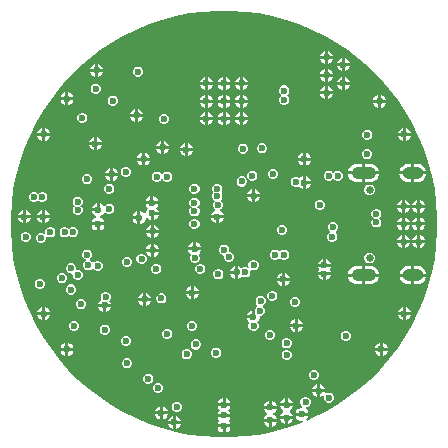
<source format=gbr>
%TF.GenerationSoftware,Altium Limited,Altium Designer,22.4.2 (48)*%
G04 Layer_Physical_Order=3*
G04 Layer_Color=39372*
%FSLAX26Y26*%
%MOIN*%
%TF.SameCoordinates,E4631C7E-FC5E-4278-A014-371310923930*%
%TF.FilePolarity,Positive*%
%TF.FileFunction,Copper,L3,Inr,Signal*%
%TF.Part,Single*%
G01*
G75*
%TA.AperFunction,ComponentPad*%
%ADD52C,0.025591*%
%ADD53O,0.082677X0.041339*%
%ADD54O,0.070866X0.039370*%
%TA.AperFunction,ViaPad*%
%ADD55C,0.023622*%
G36*
X69740Y708081D02*
X115901Y702004D01*
X161566Y692920D01*
X206540Y680870D01*
X250628Y665904D01*
X293644Y648086D01*
X335402Y627493D01*
X375724Y604213D01*
X414437Y578346D01*
X451375Y550002D01*
X486381Y519303D01*
X519303Y486381D01*
X550002Y451375D01*
X578346Y414437D01*
X604213Y375724D01*
X627493Y335402D01*
X648086Y293644D01*
X665904Y250628D01*
X680870Y206540D01*
X692920Y161566D01*
X702004Y115901D01*
X708081Y69740D01*
X711126Y23280D01*
Y-23280D01*
X708081Y-69740D01*
X702004Y-115901D01*
X692920Y-161566D01*
X680870Y-206540D01*
X665904Y-250628D01*
X648086Y-293644D01*
X627493Y-335402D01*
X604213Y-375724D01*
X578346Y-414437D01*
X550002Y-451375D01*
X519303Y-486381D01*
X486381Y-519303D01*
X451375Y-550002D01*
X414437Y-578346D01*
X375724Y-604213D01*
X335402Y-627493D01*
X293644Y-648086D01*
X276381Y-655237D01*
X273548Y-650998D01*
X278333Y-646213D01*
X281380Y-638858D01*
X238305D01*
X241352Y-646213D01*
X247488Y-652349D01*
X255504Y-655669D01*
X262270D01*
X263265Y-660669D01*
X250628Y-665904D01*
X206540Y-680870D01*
X161566Y-692920D01*
X115901Y-702004D01*
X69740Y-708081D01*
X23280Y-711126D01*
X-23280D01*
X-69740Y-708081D01*
X-115901Y-702004D01*
X-161566Y-692920D01*
X-206540Y-680870D01*
X-250628Y-665904D01*
X-293644Y-648086D01*
X-335402Y-627493D01*
X-375724Y-604213D01*
X-414437Y-578346D01*
X-451375Y-550002D01*
X-486381Y-519303D01*
X-519303Y-486381D01*
X-550002Y-451375D01*
X-578346Y-414437D01*
X-604213Y-375724D01*
X-627493Y-335402D01*
X-648086Y-293644D01*
X-665904Y-250628D01*
X-680870Y-206540D01*
X-692920Y-161566D01*
X-702004Y-115901D01*
X-708081Y-69740D01*
X-711126Y-23280D01*
Y23280D01*
X-708081Y69740D01*
X-702004Y115901D01*
X-692920Y161566D01*
X-680870Y206540D01*
X-665904Y250628D01*
X-648086Y293644D01*
X-627493Y335402D01*
X-604213Y375724D01*
X-578346Y414437D01*
X-550002Y451375D01*
X-519303Y486381D01*
X-486381Y519303D01*
X-451375Y550002D01*
X-414437Y578346D01*
X-375724Y604213D01*
X-335402Y627493D01*
X-293644Y648086D01*
X-250628Y665904D01*
X-206540Y680870D01*
X-161566Y692920D01*
X-115901Y702004D01*
X-69740Y708081D01*
X-23280Y711126D01*
X23280D01*
X69740Y708081D01*
D02*
G37*
%LPC*%
G36*
X347520Y576655D02*
Y560118D01*
X364057D01*
X361010Y567473D01*
X354875Y573609D01*
X347520Y576655D01*
D02*
G37*
G36*
X337520D02*
X330165Y573609D01*
X324029Y567473D01*
X320983Y560118D01*
X337520D01*
Y576655D01*
D02*
G37*
G36*
X402638Y553033D02*
Y536496D01*
X419175D01*
X416128Y543851D01*
X409993Y549987D01*
X402638Y553033D01*
D02*
G37*
G36*
X392638D02*
X385283Y549987D01*
X379147Y543851D01*
X376101Y536496D01*
X392638D01*
Y553033D01*
D02*
G37*
G36*
X364057Y550118D02*
X347520D01*
Y533581D01*
X354875Y536628D01*
X361010Y542763D01*
X364057Y550118D01*
D02*
G37*
G36*
X337520D02*
X320983D01*
X324029Y542763D01*
X330165Y536628D01*
X337520Y533581D01*
Y550118D01*
D02*
G37*
G36*
X-420000Y533537D02*
Y517000D01*
X-403463D01*
X-406510Y524355D01*
X-412645Y530490D01*
X-420000Y533537D01*
D02*
G37*
G36*
X-430000D02*
X-437355Y530490D01*
X-443490Y524355D01*
X-446537Y517000D01*
X-430000D01*
Y533537D01*
D02*
G37*
G36*
X419175Y526496D02*
X402638D01*
Y509959D01*
X409993Y513006D01*
X416128Y519141D01*
X419175Y526496D01*
D02*
G37*
G36*
X392638D02*
X376101D01*
X379147Y519141D01*
X385283Y513006D01*
X392638Y509959D01*
Y526496D01*
D02*
G37*
G36*
X347520Y517600D02*
Y501063D01*
X364057D01*
X361010Y508418D01*
X354875Y514553D01*
X347520Y517600D01*
D02*
G37*
G36*
X337520D02*
X330165Y514553D01*
X324029Y508418D01*
X320983Y501063D01*
X337520D01*
Y517600D01*
D02*
G37*
G36*
X-284058Y524685D02*
X-290745D01*
X-296924Y522126D01*
X-301653Y517397D01*
X-304213Y511218D01*
Y504530D01*
X-301653Y498351D01*
X-296924Y493622D01*
X-290745Y491063D01*
X-284058D01*
X-277879Y493622D01*
X-273150Y498351D01*
X-270591Y504530D01*
Y511218D01*
X-273150Y517397D01*
X-277879Y522126D01*
X-284058Y524685D01*
D02*
G37*
G36*
X-403463Y507000D02*
X-420000D01*
Y490463D01*
X-412645Y493510D01*
X-406510Y499645D01*
X-403463Y507000D01*
D02*
G37*
G36*
X-430000D02*
X-446537D01*
X-443490Y499645D01*
X-437355Y493510D01*
X-430000Y490463D01*
Y507000D01*
D02*
G37*
G36*
X364057Y491063D02*
X347520D01*
Y474526D01*
X354875Y477572D01*
X361010Y483708D01*
X364057Y491063D01*
D02*
G37*
G36*
X337520D02*
X320983D01*
X324029Y483708D01*
X330165Y477572D01*
X337520Y474526D01*
Y491063D01*
D02*
G37*
G36*
X402638Y490041D02*
Y473504D01*
X419175D01*
X416128Y480859D01*
X409993Y486994D01*
X402638Y490041D01*
D02*
G37*
G36*
X392638D02*
X385283Y486994D01*
X379147Y480859D01*
X376101Y473504D01*
X392638D01*
Y490041D01*
D02*
G37*
G36*
X64055D02*
Y473504D01*
X80592D01*
X77546Y480859D01*
X71410Y486994D01*
X64055Y490041D01*
D02*
G37*
G36*
X54055D02*
X46700Y486994D01*
X40565Y480859D01*
X37518Y473504D01*
X54055D01*
Y490041D01*
D02*
G37*
G36*
X5000D02*
Y473504D01*
X21537D01*
X18491Y480859D01*
X12355Y486994D01*
X5000Y490041D01*
D02*
G37*
G36*
X-5000D02*
X-12355Y486994D01*
X-18491Y480859D01*
X-21537Y473504D01*
X-5000D01*
Y490041D01*
D02*
G37*
G36*
X-54055D02*
Y473504D01*
X-37518D01*
X-40565Y480859D01*
X-46700Y486994D01*
X-54055Y490041D01*
D02*
G37*
G36*
X-64055D02*
X-71410Y486994D01*
X-77546Y480859D01*
X-80592Y473504D01*
X-64055D01*
Y490041D01*
D02*
G37*
G36*
X419175Y463504D02*
X402638D01*
Y446967D01*
X409993Y450013D01*
X416128Y456149D01*
X419175Y463504D01*
D02*
G37*
G36*
X392638D02*
X376101D01*
X379147Y456149D01*
X385283Y450013D01*
X392638Y446967D01*
Y463504D01*
D02*
G37*
G36*
X80592D02*
X64055D01*
Y446967D01*
X71410Y450013D01*
X77546Y456149D01*
X80592Y463504D01*
D02*
G37*
G36*
X54055D02*
X37518D01*
X40565Y456149D01*
X46700Y450013D01*
X54055Y446967D01*
Y463504D01*
D02*
G37*
G36*
X21537D02*
X5000D01*
Y446967D01*
X12355Y450013D01*
X18491Y456149D01*
X21537Y463504D01*
D02*
G37*
G36*
X-5000D02*
X-21537D01*
X-18491Y456149D01*
X-12355Y450013D01*
X-5000Y446967D01*
Y463504D01*
D02*
G37*
G36*
X-37518D02*
X-54055D01*
Y446967D01*
X-46700Y450013D01*
X-40565Y456149D01*
X-37518Y463504D01*
D02*
G37*
G36*
X-64055D02*
X-80592D01*
X-77546Y456149D01*
X-71410Y450013D01*
X-64055Y446967D01*
Y463504D01*
D02*
G37*
G36*
X347520Y458545D02*
Y442008D01*
X364057D01*
X361010Y449363D01*
X354875Y455498D01*
X347520Y458545D01*
D02*
G37*
G36*
X337520D02*
X330165Y455498D01*
X324029Y449363D01*
X320983Y442008D01*
X337520D01*
Y458545D01*
D02*
G37*
G36*
X-424656Y467811D02*
X-431344D01*
X-437523Y465252D01*
X-442252Y460523D01*
X-444811Y454344D01*
Y447656D01*
X-442252Y441477D01*
X-437523Y436748D01*
X-431344Y434189D01*
X-424656D01*
X-418477Y436748D01*
X-413748Y441477D01*
X-411189Y447656D01*
Y454344D01*
X-413748Y460523D01*
X-418477Y465252D01*
X-424656Y467811D01*
D02*
G37*
G36*
X-518504Y438816D02*
Y422279D01*
X-501966D01*
X-505013Y429634D01*
X-511149Y435769D01*
X-518504Y438816D01*
D02*
G37*
G36*
X-528504D02*
X-535858Y435769D01*
X-541994Y429634D01*
X-545040Y422279D01*
X-528504D01*
Y438816D01*
D02*
G37*
G36*
X364057Y432008D02*
X347520D01*
Y415471D01*
X354875Y418517D01*
X361010Y424653D01*
X364057Y432008D01*
D02*
G37*
G36*
X337520D02*
X320983D01*
X324029Y424653D01*
X330165Y418517D01*
X337520Y415471D01*
Y432008D01*
D02*
G37*
G36*
X524685Y430986D02*
Y414449D01*
X541222D01*
X538176Y421804D01*
X532040Y427939D01*
X524685Y430986D01*
D02*
G37*
G36*
X514685D02*
X507330Y427939D01*
X501195Y421804D01*
X498148Y414449D01*
X514685D01*
Y430986D01*
D02*
G37*
G36*
X64055D02*
Y414449D01*
X80592D01*
X77546Y421804D01*
X71410Y427939D01*
X64055Y430986D01*
D02*
G37*
G36*
X54055D02*
X46700Y427939D01*
X40565Y421804D01*
X37518Y414449D01*
X54055D01*
Y430986D01*
D02*
G37*
G36*
X5000D02*
Y414449D01*
X21537D01*
X18491Y421804D01*
X12355Y427939D01*
X5000Y430986D01*
D02*
G37*
G36*
X-5000D02*
X-12355Y427939D01*
X-18491Y421804D01*
X-21537Y414449D01*
X-5000D01*
Y430986D01*
D02*
G37*
G36*
X-54055D02*
Y414449D01*
X-37518D01*
X-40565Y421804D01*
X-46700Y427939D01*
X-54055Y430986D01*
D02*
G37*
G36*
X-64055D02*
X-71410Y427939D01*
X-77546Y421804D01*
X-80592Y414449D01*
X-64055D01*
Y430986D01*
D02*
G37*
G36*
X204131Y461693D02*
X197444D01*
X191265Y459134D01*
X186536Y454404D01*
X183976Y448226D01*
Y441538D01*
X186536Y435359D01*
X189554Y432341D01*
X190720Y429134D01*
X189554Y425927D01*
X186536Y422908D01*
X183976Y416730D01*
Y410042D01*
X186536Y403863D01*
X191265Y399134D01*
X197444Y396575D01*
X204131D01*
X210310Y399134D01*
X215039Y403863D01*
X217598Y410042D01*
Y416730D01*
X215039Y422908D01*
X212021Y425927D01*
X210854Y429134D01*
X212021Y432341D01*
X215039Y435359D01*
X217598Y441538D01*
Y448226D01*
X215039Y454404D01*
X210310Y459134D01*
X204131Y461693D01*
D02*
G37*
G36*
X-501966Y412279D02*
X-518504D01*
Y395742D01*
X-511149Y398788D01*
X-505013Y404924D01*
X-501966Y412279D01*
D02*
G37*
G36*
X-528504D02*
X-545040D01*
X-541994Y404924D01*
X-535858Y398788D01*
X-528504Y395742D01*
Y412279D01*
D02*
G37*
G36*
X-367856Y428147D02*
X-374544D01*
X-380723Y425588D01*
X-385452Y420859D01*
X-388011Y414680D01*
Y407993D01*
X-385452Y401814D01*
X-380723Y397085D01*
X-374544Y394526D01*
X-367856D01*
X-361678Y397085D01*
X-356949Y401814D01*
X-354389Y407993D01*
Y414680D01*
X-356949Y420859D01*
X-361678Y425588D01*
X-367856Y428147D01*
D02*
G37*
G36*
X80592Y404449D02*
X64055D01*
Y387912D01*
X71410Y390958D01*
X77546Y397094D01*
X80592Y404449D01*
D02*
G37*
G36*
X54055D02*
X37518D01*
X40565Y397094D01*
X46700Y390958D01*
X54055Y387912D01*
Y404449D01*
D02*
G37*
G36*
X21537D02*
X5000D01*
Y387912D01*
X12355Y390958D01*
X18491Y397094D01*
X21537Y404449D01*
D02*
G37*
G36*
X-5000D02*
X-21537D01*
X-18491Y397094D01*
X-12355Y390958D01*
X-5000Y387912D01*
Y404449D01*
D02*
G37*
G36*
X-37518D02*
X-54055D01*
Y387912D01*
X-46700Y390958D01*
X-40565Y397094D01*
X-37518Y404449D01*
D02*
G37*
G36*
X-64055D02*
X-80592D01*
X-77546Y397094D01*
X-71410Y390958D01*
X-64055Y387912D01*
Y404449D01*
D02*
G37*
G36*
X541222D02*
X524685D01*
Y387912D01*
X532040Y390958D01*
X538176Y397094D01*
X541222Y404449D01*
D02*
G37*
G36*
X514685D02*
X498148D01*
X501195Y397094D01*
X507330Y390958D01*
X514685Y387912D01*
Y404449D01*
D02*
G37*
G36*
X-286339Y383742D02*
Y367205D01*
X-269802D01*
X-272848Y374560D01*
X-278984Y380695D01*
X-286339Y383742D01*
D02*
G37*
G36*
X-296339D02*
X-303693Y380695D01*
X-309829Y374560D01*
X-312876Y367205D01*
X-296339D01*
Y383742D01*
D02*
G37*
G36*
X64055Y371931D02*
Y355394D01*
X80592D01*
X77546Y362749D01*
X71410Y368884D01*
X64055Y371931D01*
D02*
G37*
G36*
X54055D02*
X46700Y368884D01*
X40565Y362749D01*
X37518Y355394D01*
X54055D01*
Y371931D01*
D02*
G37*
G36*
X5000D02*
Y355394D01*
X21537D01*
X18491Y362749D01*
X12355Y368884D01*
X5000Y371931D01*
D02*
G37*
G36*
X-5000D02*
X-12355Y368884D01*
X-18491Y362749D01*
X-21537Y355394D01*
X-5000D01*
Y371931D01*
D02*
G37*
G36*
X-54055D02*
Y355394D01*
X-37518D01*
X-40565Y362749D01*
X-46700Y368884D01*
X-54055Y371931D01*
D02*
G37*
G36*
X-64055D02*
X-71410Y368884D01*
X-77546Y362749D01*
X-80592Y355394D01*
X-64055D01*
Y371931D01*
D02*
G37*
G36*
X-269802Y357205D02*
X-286339D01*
Y340668D01*
X-278984Y343714D01*
X-272848Y349850D01*
X-269802Y357205D01*
D02*
G37*
G36*
X-296339D02*
X-312876D01*
X-309829Y349850D01*
X-303693Y343714D01*
X-296339Y340668D01*
Y357205D01*
D02*
G37*
G36*
X-468656Y370811D02*
X-475344D01*
X-481523Y368252D01*
X-486252Y363523D01*
X-488811Y357344D01*
Y350656D01*
X-486252Y344477D01*
X-481523Y339748D01*
X-475344Y337189D01*
X-468656D01*
X-462477Y339748D01*
X-457748Y344477D01*
X-455189Y350656D01*
Y357344D01*
X-457748Y363523D01*
X-462477Y368252D01*
X-468656Y370811D01*
D02*
G37*
G36*
X-197444Y367205D02*
X-204131D01*
X-210310Y364645D01*
X-215039Y359916D01*
X-217598Y353738D01*
Y347050D01*
X-215039Y340871D01*
X-210310Y336142D01*
X-204131Y333583D01*
X-197444D01*
X-191265Y336142D01*
X-186536Y340871D01*
X-183976Y347050D01*
Y353738D01*
X-186536Y359916D01*
X-191265Y364645D01*
X-197444Y367205D01*
D02*
G37*
G36*
X80592Y345394D02*
X64055D01*
Y328857D01*
X71410Y331903D01*
X77546Y338039D01*
X80592Y345394D01*
D02*
G37*
G36*
X54055D02*
X37518D01*
X40565Y338039D01*
X46700Y331903D01*
X54055Y328857D01*
Y345394D01*
D02*
G37*
G36*
X21537D02*
X5000D01*
Y328857D01*
X12355Y331903D01*
X18491Y338039D01*
X21537Y345394D01*
D02*
G37*
G36*
X-5000D02*
X-21537D01*
X-18491Y338039D01*
X-12355Y331903D01*
X-5000Y328857D01*
Y345394D01*
D02*
G37*
G36*
X-37518D02*
X-54055D01*
Y328857D01*
X-46700Y331903D01*
X-40565Y338039D01*
X-37518Y345394D01*
D02*
G37*
G36*
X-64055D02*
X-80592D01*
X-77546Y338039D01*
X-71410Y331903D01*
X-64055Y328857D01*
Y345394D01*
D02*
G37*
G36*
X605697Y319949D02*
Y303412D01*
X622234D01*
X619187Y310767D01*
X613051Y316903D01*
X605697Y319949D01*
D02*
G37*
G36*
X595697D02*
X588342Y316903D01*
X582206Y310767D01*
X579159Y303412D01*
X595697D01*
Y319949D01*
D02*
G37*
G36*
X-595696Y319949D02*
Y303412D01*
X-579159D01*
X-582206Y310767D01*
X-588341Y316903D01*
X-595696Y319949D01*
D02*
G37*
G36*
X-605696D02*
X-613051Y316903D01*
X-619187Y310767D01*
X-622233Y303412D01*
X-605696D01*
Y319949D01*
D02*
G37*
G36*
X481344Y314811D02*
X474656D01*
X468477Y312252D01*
X463748Y307523D01*
X461189Y301344D01*
Y294656D01*
X463748Y288477D01*
X468477Y283748D01*
X474656Y281189D01*
X481344D01*
X487523Y283748D01*
X492252Y288477D01*
X494811Y294656D01*
Y301344D01*
X492252Y307523D01*
X487523Y312252D01*
X481344Y314811D01*
D02*
G37*
G36*
X622234Y293412D02*
X605697D01*
Y276875D01*
X613051Y279922D01*
X619187Y286057D01*
X622234Y293412D01*
D02*
G37*
G36*
X595697D02*
X579159D01*
X582206Y286057D01*
X588342Y279922D01*
X595697Y276875D01*
Y293412D01*
D02*
G37*
G36*
X-579159Y293412D02*
X-595696D01*
Y276875D01*
X-588341Y279922D01*
X-582206Y286057D01*
X-579159Y293412D01*
D02*
G37*
G36*
X-605696D02*
X-622233D01*
X-619187Y286057D01*
X-613051Y279922D01*
X-605696Y276875D01*
Y293412D01*
D02*
G37*
G36*
X-424134Y289253D02*
Y272716D01*
X-407597D01*
X-410643Y280071D01*
X-416779Y286207D01*
X-424134Y289253D01*
D02*
G37*
G36*
X-434134D02*
X-441489Y286207D01*
X-447624Y280071D01*
X-450671Y272716D01*
X-434134D01*
Y289253D01*
D02*
G37*
G36*
X-199724Y277442D02*
Y260906D01*
X-183187D01*
X-186234Y268260D01*
X-192369Y274396D01*
X-199724Y277442D01*
D02*
G37*
G36*
X-209724D02*
X-217079Y274396D01*
X-223215Y268260D01*
X-226261Y260906D01*
X-209724D01*
Y277442D01*
D02*
G37*
G36*
X-120984Y269568D02*
Y253031D01*
X-104447D01*
X-107494Y260386D01*
X-113629Y266522D01*
X-120984Y269568D01*
D02*
G37*
G36*
X-130984D02*
X-138339Y266522D01*
X-144475Y260386D01*
X-147521Y253031D01*
X-130984D01*
Y269568D01*
D02*
G37*
G36*
X-407597Y262716D02*
X-424134D01*
Y246179D01*
X-416779Y249226D01*
X-410643Y255362D01*
X-407597Y262716D01*
D02*
G37*
G36*
X-434134D02*
X-450671D01*
X-447624Y255362D01*
X-441489Y249226D01*
X-434134Y246179D01*
Y262716D01*
D02*
G37*
G36*
X129328Y268779D02*
X122640D01*
X116462Y266220D01*
X111733Y261491D01*
X109173Y255312D01*
Y248625D01*
X111733Y242446D01*
X116462Y237717D01*
X122640Y235157D01*
X129328D01*
X135507Y237717D01*
X140236Y242446D01*
X142795Y248625D01*
Y255312D01*
X140236Y261491D01*
X135507Y266220D01*
X129328Y268779D01*
D02*
G37*
G36*
X66035Y268104D02*
X59347D01*
X53168Y265545D01*
X48439Y260816D01*
X45880Y254637D01*
Y247949D01*
X48439Y241770D01*
X53168Y237041D01*
X59347Y234482D01*
X66035D01*
X72213Y237041D01*
X76942Y241770D01*
X79502Y247949D01*
Y254637D01*
X76942Y260816D01*
X72213Y265545D01*
X66035Y268104D01*
D02*
G37*
G36*
X-183187Y250905D02*
X-199724D01*
Y234369D01*
X-192369Y237415D01*
X-186234Y243551D01*
X-183187Y250905D01*
D02*
G37*
G36*
X-209724D02*
X-226261D01*
X-223215Y243551D01*
X-217079Y237415D01*
X-209724Y234369D01*
Y250905D01*
D02*
G37*
G36*
X-104447Y243031D02*
X-120984D01*
Y226494D01*
X-113629Y229541D01*
X-107494Y235677D01*
X-104447Y243031D01*
D02*
G37*
G36*
X-130984D02*
X-147521D01*
X-144475Y235677D01*
X-138339Y229541D01*
X-130984Y226494D01*
Y243031D01*
D02*
G37*
G36*
X272716Y238072D02*
Y221535D01*
X289253D01*
X286207Y228890D01*
X280071Y235026D01*
X272716Y238072D01*
D02*
G37*
G36*
X262716D02*
X255362Y235026D01*
X249226Y228890D01*
X246179Y221535D01*
X262716D01*
Y238072D01*
D02*
G37*
G36*
X-262716D02*
Y221535D01*
X-246179D01*
X-249226Y228890D01*
X-255362Y235026D01*
X-262716Y238072D01*
D02*
G37*
G36*
X-272716D02*
X-280071Y235026D01*
X-286207Y228890D01*
X-289253Y221535D01*
X-272716D01*
Y238072D01*
D02*
G37*
G36*
X479722Y249095D02*
X473034D01*
X466855Y246535D01*
X462126Y241806D01*
X459567Y235627D01*
Y228940D01*
X462126Y222761D01*
X466855Y218032D01*
X473034Y215472D01*
X479722D01*
X485901Y218032D01*
X490630Y222761D01*
X493189Y228940D01*
Y235627D01*
X490630Y241806D01*
X485901Y246535D01*
X479722Y249095D01*
D02*
G37*
G36*
X289253Y211535D02*
X272716D01*
Y194998D01*
X280071Y198045D01*
X286207Y204180D01*
X289253Y211535D01*
D02*
G37*
G36*
X262716D02*
X246179D01*
X249226Y204180D01*
X255362Y198045D01*
X262716Y194998D01*
Y211535D01*
D02*
G37*
G36*
X-246179D02*
X-262716D01*
Y194998D01*
X-255362Y198045D01*
X-249226Y204180D01*
X-246179Y211535D01*
D02*
G37*
G36*
X-272716D02*
X-289253D01*
X-286207Y204180D01*
X-280071Y198045D01*
X-272716Y194998D01*
Y211535D01*
D02*
G37*
G36*
X486024Y201013D02*
X470354D01*
Y175079D01*
X516299D01*
X515904Y178085D01*
X512813Y185546D01*
X507897Y191952D01*
X501491Y196868D01*
X494030Y199959D01*
X486024Y201013D01*
D02*
G37*
G36*
X645669Y200020D02*
X634921D01*
Y175079D01*
X674952D01*
X674590Y177828D01*
X671599Y185049D01*
X666841Y191250D01*
X660640Y196008D01*
X653419Y199000D01*
X645669Y200020D01*
D02*
G37*
G36*
X624921D02*
X614173D01*
X606424Y199000D01*
X599203Y196008D01*
X593002Y191250D01*
X588244Y185049D01*
X585252Y177828D01*
X584890Y175079D01*
X624921D01*
Y200020D01*
D02*
G37*
G36*
X460354Y201013D02*
X444685D01*
X436679Y199959D01*
X429218Y196868D01*
X422812Y191952D01*
X417896Y185546D01*
X414805Y178085D01*
X414409Y175079D01*
X460354D01*
Y201013D01*
D02*
G37*
G36*
X382018Y177811D02*
X375330D01*
X369152Y175252D01*
X367604Y173703D01*
X364337Y170604D01*
X361071Y173703D01*
X359523Y175252D01*
X353344Y177811D01*
X346656D01*
X340477Y175252D01*
X335748Y170523D01*
X333189Y164344D01*
Y157656D01*
X335748Y151477D01*
X340477Y146748D01*
X346656Y144189D01*
X353344D01*
X359523Y146748D01*
X361071Y148297D01*
X364337Y151396D01*
X367604Y148297D01*
X369152Y146749D01*
X375330Y144189D01*
X382018D01*
X388197Y146749D01*
X392926Y151477D01*
X395485Y157656D01*
Y164344D01*
X392926Y170523D01*
X388197Y175252D01*
X382018Y177811D01*
D02*
G37*
G36*
X-369016Y186891D02*
Y170354D01*
X-352479D01*
X-355525Y177709D01*
X-361661Y183845D01*
X-369016Y186891D01*
D02*
G37*
G36*
X-379016D02*
X-386371Y183845D01*
X-392506Y177709D01*
X-395553Y170354D01*
X-379016D01*
Y186891D01*
D02*
G37*
G36*
X-185632Y174291D02*
X-192320D01*
X-198499Y171732D01*
X-203228Y167003D01*
X-203987Y165171D01*
X-209399D01*
X-210158Y167003D01*
X-214887Y171732D01*
X-221065Y174291D01*
X-227753D01*
X-233932Y171732D01*
X-238661Y167003D01*
X-241220Y160824D01*
Y154136D01*
X-238661Y147958D01*
X-233932Y143229D01*
X-227753Y140669D01*
X-221065D01*
X-214887Y143229D01*
X-210158Y147958D01*
X-209399Y149790D01*
X-203987D01*
X-203228Y147958D01*
X-198499Y143229D01*
X-192320Y140669D01*
X-185632D01*
X-179454Y143229D01*
X-174725Y147958D01*
X-172165Y154136D01*
Y160824D01*
X-174725Y167003D01*
X-179454Y171732D01*
X-185632Y174291D01*
D02*
G37*
G36*
X-324428Y190034D02*
X-331116D01*
X-337295Y187475D01*
X-342024Y182746D01*
X-344583Y176567D01*
Y169879D01*
X-342024Y163700D01*
X-337295Y158971D01*
X-331116Y156412D01*
X-324428D01*
X-318249Y158971D01*
X-313520Y163700D01*
X-310961Y169879D01*
Y176567D01*
X-313520Y182746D01*
X-318249Y187475D01*
X-324428Y190034D01*
D02*
G37*
G36*
X262716Y159332D02*
X255362Y156286D01*
X251121Y152045D01*
X248718Y154448D01*
X242539Y157008D01*
X235851D01*
X229673Y154448D01*
X224944Y149720D01*
X222384Y143541D01*
Y136853D01*
X224944Y130674D01*
X229673Y125945D01*
X235851Y123386D01*
X242539D01*
X244354Y124138D01*
X249224Y125440D01*
X252255Y122411D01*
X255362Y119305D01*
X262716Y116258D01*
Y137795D01*
Y159332D01*
D02*
G37*
G36*
X166605Y184009D02*
X159917D01*
X153739Y181450D01*
X149010Y176721D01*
X146450Y170542D01*
Y163854D01*
X149010Y157676D01*
X153739Y152947D01*
X159917Y150387D01*
X166605D01*
X172784Y152947D01*
X177513Y157676D01*
X180072Y163854D01*
Y170542D01*
X177513Y176721D01*
X172784Y181450D01*
X166605Y184009D01*
D02*
G37*
G36*
X97832Y178228D02*
X91144D01*
X84966Y175669D01*
X80237Y170940D01*
X77677Y164761D01*
Y158073D01*
X80237Y151895D01*
X84966Y147166D01*
X91144Y144606D01*
X97832D01*
X104011Y147166D01*
X108740Y151895D01*
X111299Y158073D01*
Y164761D01*
X108740Y170940D01*
X104011Y175669D01*
X97832Y178228D01*
D02*
G37*
G36*
X-352479Y160354D02*
X-369016D01*
Y143817D01*
X-361661Y146864D01*
X-355525Y152999D01*
X-352479Y160354D01*
D02*
G37*
G36*
X-379016D02*
X-395553D01*
X-392506Y152999D01*
X-386371Y146864D01*
X-379016Y143817D01*
Y160354D01*
D02*
G37*
G36*
X272716Y159332D02*
Y142795D01*
X289253D01*
X286207Y150150D01*
X280071Y156286D01*
X272716Y159332D01*
D02*
G37*
G36*
X674952Y165079D02*
X634921D01*
Y140137D01*
X645669D01*
X653419Y141158D01*
X660640Y144149D01*
X666841Y148907D01*
X671599Y155108D01*
X674590Y162329D01*
X674952Y165079D01*
D02*
G37*
G36*
X624921D02*
X584890D01*
X585252Y162329D01*
X588244Y155108D01*
X593002Y148907D01*
X599203Y144149D01*
X606424Y141158D01*
X614173Y140137D01*
X624921D01*
Y165079D01*
D02*
G37*
G36*
X516299D02*
X470354D01*
Y139145D01*
X486024D01*
X494030Y140199D01*
X501491Y143289D01*
X507897Y148205D01*
X512813Y154612D01*
X515904Y162072D01*
X516299Y165079D01*
D02*
G37*
G36*
X460354D02*
X414409D01*
X414805Y162072D01*
X417896Y154612D01*
X422812Y148205D01*
X429218Y143289D01*
X436679Y140199D01*
X444685Y139145D01*
X460354D01*
Y165079D01*
D02*
G37*
G36*
X-452656Y165811D02*
X-459344D01*
X-465523Y163252D01*
X-470252Y158523D01*
X-472811Y152344D01*
Y145656D01*
X-470252Y139477D01*
X-465523Y134748D01*
X-459344Y132189D01*
X-452656D01*
X-446477Y134748D01*
X-441748Y139477D01*
X-439189Y145656D01*
Y152344D01*
X-441748Y158523D01*
X-446477Y163252D01*
X-452656Y165811D01*
D02*
G37*
G36*
X62399Y158543D02*
X55711D01*
X49532Y155984D01*
X44803Y151255D01*
X42244Y145076D01*
Y138388D01*
X44803Y132210D01*
X49532Y127481D01*
X55711Y124921D01*
X62399D01*
X68578Y127481D01*
X73307Y132210D01*
X75866Y138388D01*
Y145076D01*
X73307Y151255D01*
X68578Y155984D01*
X62399Y158543D01*
D02*
G37*
G36*
X289253Y132795D02*
X272716D01*
Y116258D01*
X280071Y119305D01*
X286207Y125440D01*
X289253Y132795D01*
D02*
G37*
G36*
X-95081Y134921D02*
X-101769D01*
X-107948Y132362D01*
X-112677Y127633D01*
X-115236Y121454D01*
Y114766D01*
X-112677Y108588D01*
X-107948Y103859D01*
X-101769Y101299D01*
X-95081D01*
X-88903Y103859D01*
X-84174Y108588D01*
X-81614Y114766D01*
Y121454D01*
X-84174Y127633D01*
X-88903Y132362D01*
X-95081Y134921D01*
D02*
G37*
G36*
X-378546D02*
X-385234D01*
X-391412Y132362D01*
X-396141Y127633D01*
X-398701Y121454D01*
Y114766D01*
X-396141Y108588D01*
X-391412Y103859D01*
X-385234Y101299D01*
X-378546D01*
X-372367Y103859D01*
X-367638Y108588D01*
X-365079Y114766D01*
Y121454D01*
X-367638Y127633D01*
X-372367Y132362D01*
X-378546Y134921D01*
D02*
G37*
G36*
X-601892Y107362D02*
X-608580D01*
X-614759Y104803D01*
X-616281Y103281D01*
X-619547Y100131D01*
X-622814Y103281D01*
X-624336Y104803D01*
X-630514Y107362D01*
X-637202D01*
X-643381Y104803D01*
X-648110Y100074D01*
X-650669Y93895D01*
Y87207D01*
X-648110Y81029D01*
X-643381Y76300D01*
X-637202Y73740D01*
X-630514D01*
X-624336Y76300D01*
X-622814Y77822D01*
X-619547Y80971D01*
X-616281Y77822D01*
X-614759Y76300D01*
X-608580Y73740D01*
X-601892D01*
X-595714Y76300D01*
X-590985Y81029D01*
X-588425Y87207D01*
Y93895D01*
X-590985Y100074D01*
X-595714Y104803D01*
X-601892Y107362D01*
D02*
G37*
G36*
X103425Y116025D02*
Y99488D01*
X119962D01*
X116916Y106843D01*
X110780Y112979D01*
X103425Y116025D01*
D02*
G37*
G36*
X93425D02*
X86070Y112979D01*
X79935Y106843D01*
X76888Y99488D01*
X93425D01*
Y116025D01*
D02*
G37*
G36*
X488579Y131575D02*
X481500D01*
X474959Y128866D01*
X469953Y123860D01*
X467244Y117319D01*
Y110240D01*
X469953Y103699D01*
X474959Y98693D01*
X481500Y95984D01*
X488579D01*
X495120Y98693D01*
X500125Y103699D01*
X502835Y110240D01*
Y117319D01*
X500125Y123860D01*
X495120Y128866D01*
X488579Y131575D01*
D02*
G37*
G36*
X-235157Y92403D02*
Y75866D01*
X-218620D01*
X-221667Y83221D01*
X-227803Y89357D01*
X-235157Y92403D01*
D02*
G37*
G36*
X-245157D02*
X-252512Y89357D01*
X-258648Y83221D01*
X-261695Y75866D01*
X-245157D01*
Y92403D01*
D02*
G37*
G36*
X119962Y89488D02*
X103425D01*
Y72951D01*
X110780Y75998D01*
X116916Y82133D01*
X119962Y89488D01*
D02*
G37*
G36*
X93425D02*
X76888D01*
X79935Y82133D01*
X86070Y75998D01*
X93425Y72951D01*
Y89488D01*
D02*
G37*
G36*
X654606Y80592D02*
Y64055D01*
X671143D01*
X668097Y71410D01*
X661961Y77546D01*
X654606Y80592D01*
D02*
G37*
G36*
X644606D02*
X637251Y77546D01*
X631116Y71410D01*
X628069Y64055D01*
X644606D01*
Y80592D01*
D02*
G37*
G36*
X603425D02*
Y64055D01*
X619962D01*
X616916Y71410D01*
X610780Y77546D01*
X603425Y80592D01*
D02*
G37*
G36*
X593425D02*
X586070Y77546D01*
X579935Y71410D01*
X576888Y64055D01*
X593425D01*
Y80592D01*
D02*
G37*
G36*
X-424000Y68537D02*
X-431355Y65490D01*
X-437490Y59355D01*
X-440537Y52000D01*
X-424000D01*
Y68537D01*
D02*
G37*
G36*
X322241Y79803D02*
X315554D01*
X309375Y77244D01*
X304646Y72515D01*
X302087Y66336D01*
Y59648D01*
X304646Y53469D01*
X309375Y48740D01*
X315554Y46181D01*
X322241D01*
X328420Y48740D01*
X333149Y53469D01*
X335709Y59648D01*
Y66336D01*
X333149Y72515D01*
X328420Y77244D01*
X322241Y79803D01*
D02*
G37*
G36*
X671143Y54055D02*
X654606D01*
Y37518D01*
X661961Y40565D01*
X668097Y46700D01*
X671143Y54055D01*
D02*
G37*
G36*
X644606D02*
X628069D01*
X631116Y46700D01*
X637251Y40565D01*
X644606Y37518D01*
Y54055D01*
D02*
G37*
G36*
X619962D02*
X603425D01*
Y37518D01*
X610780Y40565D01*
X616916Y46700D01*
X619962Y54055D01*
D02*
G37*
G36*
X593425D02*
X576888D01*
X579935Y46700D01*
X586070Y40565D01*
X593425Y37518D01*
Y54055D01*
D02*
G37*
G36*
X-414000Y68537D02*
Y47000D01*
X-419000D01*
Y42000D01*
X-440537D01*
X-437490Y34645D01*
X-431355Y28509D01*
X-426294Y26413D01*
Y21001D01*
X-432355Y18491D01*
X-438490Y12355D01*
X-441537Y5000D01*
X-398463D01*
X-401510Y12355D01*
X-407645Y18491D01*
X-412706Y20587D01*
Y25999D01*
X-406645Y28509D01*
X-400510Y34645D01*
X-399247Y37693D01*
X-393349Y38866D01*
X-391412Y36929D01*
X-385234Y34370D01*
X-378546D01*
X-372367Y36929D01*
X-367638Y41658D01*
X-365079Y47837D01*
Y54525D01*
X-367638Y60704D01*
X-372367Y65433D01*
X-378546Y67992D01*
X-385234D01*
X-391412Y65433D01*
X-395798Y61047D01*
X-396829Y60677D01*
X-401643Y60488D01*
X-406645Y65490D01*
X-414000Y68537D01*
D02*
G37*
G36*
X-218620Y65866D02*
X-261695D01*
X-258648Y58511D01*
X-252924Y52787D01*
X-257924Y47788D01*
X-261244Y39772D01*
Y36012D01*
X-266244Y34216D01*
X-271109Y39081D01*
X-278464Y42127D01*
Y20590D01*
Y-946D01*
X-271109Y2100D01*
X-264974Y8236D01*
X-261653Y16252D01*
Y20011D01*
X-256653Y21808D01*
X-251788Y16943D01*
X-244433Y13896D01*
Y35433D01*
X-239433D01*
Y40433D01*
X-217896D01*
X-220943Y47788D01*
X-226666Y53512D01*
X-221667Y58511D01*
X-218620Y65866D01*
D02*
G37*
G36*
X-484845Y91614D02*
X-491533D01*
X-497712Y89055D01*
X-502441Y84326D01*
X-505000Y78147D01*
Y71459D01*
X-502441Y65281D01*
X-500919Y63758D01*
X-497769Y60492D01*
X-500919Y57226D01*
X-502441Y55704D01*
X-505000Y49525D01*
Y42837D01*
X-502441Y36658D01*
X-497712Y31930D01*
X-491533Y29370D01*
X-484845D01*
X-478666Y31930D01*
X-473937Y36658D01*
X-471378Y42837D01*
Y49525D01*
X-473937Y55704D01*
X-475459Y57226D01*
X-478609Y60492D01*
X-475459Y63758D01*
X-473937Y65281D01*
X-471378Y71459D01*
Y78147D01*
X-473937Y84326D01*
X-478666Y89055D01*
X-484845Y91614D01*
D02*
G37*
G36*
X-19020Y134085D02*
X-25707D01*
X-31886Y131525D01*
X-36615Y126796D01*
X-39175Y120618D01*
Y113930D01*
X-36615Y107751D01*
X-33564Y104700D01*
X-36615Y101649D01*
X-39175Y95470D01*
Y88782D01*
X-36615Y82603D01*
X-31886Y77874D01*
X-31586Y76363D01*
X-34401Y73548D01*
X-36960Y67369D01*
Y60681D01*
X-34401Y54503D01*
X-29672Y49774D01*
X-29480Y49694D01*
Y44282D01*
X-34718Y42112D01*
X-40854Y35977D01*
X-43901Y28622D01*
X-827D01*
X-3873Y35977D01*
X-10009Y42112D01*
X-13032Y43365D01*
X-13033Y48777D01*
X-10626Y49774D01*
X-5898Y54503D01*
X-3338Y60681D01*
Y67369D01*
X-5898Y73548D01*
X-10626Y78277D01*
X-10927Y79788D01*
X-8112Y82603D01*
X-5553Y88782D01*
Y95470D01*
X-8112Y101649D01*
X-11163Y104700D01*
X-8112Y107751D01*
X-5553Y113930D01*
Y120618D01*
X-8112Y126796D01*
X-12841Y131525D01*
X-19020Y134085D01*
D02*
G37*
G36*
X-597362Y45159D02*
Y28622D01*
X-580825D01*
X-583872Y35977D01*
X-590007Y42112D01*
X-597362Y45159D01*
D02*
G37*
G36*
X-607362D02*
X-614717Y42112D01*
X-620853Y35977D01*
X-623899Y28622D01*
X-607362D01*
Y45159D01*
D02*
G37*
G36*
X-660354D02*
Y28622D01*
X-643817D01*
X-646864Y35977D01*
X-652999Y42112D01*
X-660354Y45159D01*
D02*
G37*
G36*
X-670354D02*
X-677709Y42112D01*
X-683845Y35977D01*
X-686891Y28622D01*
X-670354D01*
Y45159D01*
D02*
G37*
G36*
X-288464Y42127D02*
X-295819Y39081D01*
X-301955Y32945D01*
X-305001Y25590D01*
X-288464D01*
Y42127D01*
D02*
G37*
G36*
X-95081Y87677D02*
X-101769D01*
X-107948Y85118D01*
X-112677Y80389D01*
X-115236Y74210D01*
Y67522D01*
X-112677Y61343D01*
X-111155Y59822D01*
X-108005Y56555D01*
X-111155Y53289D01*
X-112677Y51767D01*
X-115236Y45588D01*
Y38900D01*
X-112677Y32721D01*
X-107948Y27992D01*
X-101769Y25433D01*
X-95081D01*
X-88903Y27992D01*
X-84174Y32721D01*
X-81614Y38900D01*
Y45588D01*
X-84174Y51767D01*
X-85696Y53289D01*
X-88845Y56555D01*
X-85696Y59822D01*
X-84174Y61343D01*
X-81614Y67522D01*
Y74210D01*
X-84174Y80389D01*
X-88903Y85118D01*
X-95081Y87677D01*
D02*
G37*
G36*
X-217896Y30433D02*
X-234433D01*
Y13896D01*
X-227078Y16943D01*
X-220943Y23078D01*
X-217896Y30433D01*
D02*
G37*
G36*
X654606Y21537D02*
Y5000D01*
X671143D01*
X668097Y12355D01*
X661961Y18491D01*
X654606Y21537D01*
D02*
G37*
G36*
X644606D02*
X637251Y18491D01*
X631116Y12355D01*
X628069Y5000D01*
X644606D01*
Y21537D01*
D02*
G37*
G36*
X603425D02*
Y5000D01*
X619962D01*
X616916Y12355D01*
X610780Y18491D01*
X603425Y21537D01*
D02*
G37*
G36*
X593425D02*
X586070Y18491D01*
X579935Y12355D01*
X576888Y5000D01*
X593425D01*
Y21537D01*
D02*
G37*
G36*
X-827Y18622D02*
X-17364D01*
Y2085D01*
X-10009Y5131D01*
X-3873Y11267D01*
X-827Y18622D01*
D02*
G37*
G36*
X-27364D02*
X-43901D01*
X-40854Y11267D01*
X-34718Y5131D01*
X-27364Y2085D01*
Y18622D01*
D02*
G37*
G36*
X-580825D02*
X-597362D01*
Y2085D01*
X-590007Y5131D01*
X-583872Y11267D01*
X-580825Y18622D01*
D02*
G37*
G36*
X-607362D02*
X-623899D01*
X-620853Y11267D01*
X-614717Y5131D01*
X-607362Y2085D01*
Y18622D01*
D02*
G37*
G36*
X-643817D02*
X-660354D01*
Y2085D01*
X-652999Y5131D01*
X-646864Y11267D01*
X-643817Y18622D01*
D02*
G37*
G36*
X-670354D02*
X-686891D01*
X-683845Y11267D01*
X-677709Y5131D01*
X-670354Y2085D01*
Y18622D01*
D02*
G37*
G36*
X-288464Y15591D02*
X-305001D01*
X-301955Y8236D01*
X-295819Y2100D01*
X-288464Y-946D01*
Y15591D01*
D02*
G37*
G36*
X511344Y50811D02*
X504656D01*
X498477Y48252D01*
X493748Y43523D01*
X491189Y37344D01*
Y30656D01*
X493748Y24477D01*
X495270Y22955D01*
X498420Y19689D01*
X495270Y16423D01*
X493748Y14901D01*
X491189Y8722D01*
Y2034D01*
X493748Y-4145D01*
X498477Y-8874D01*
X504656Y-11433D01*
X511344D01*
X517523Y-8874D01*
X522252Y-4145D01*
X524811Y2034D01*
Y8722D01*
X522252Y14901D01*
X520730Y16423D01*
X517580Y19689D01*
X520730Y22955D01*
X522252Y24477D01*
X524811Y30656D01*
Y37344D01*
X522252Y43523D01*
X517523Y48252D01*
X511344Y50811D01*
D02*
G37*
G36*
X-95081Y16811D02*
X-101769D01*
X-107948Y14252D01*
X-112677Y9523D01*
X-115236Y3344D01*
Y-3344D01*
X-112677Y-9523D01*
X-107948Y-14252D01*
X-101769Y-16811D01*
X-95081D01*
X-88903Y-14252D01*
X-84174Y-9523D01*
X-81614Y-3344D01*
Y3344D01*
X-84174Y9523D01*
X-88903Y14252D01*
X-95081Y16811D01*
D02*
G37*
G36*
X-499506Y-10748D02*
X-506193D01*
X-512372Y-13307D01*
X-513894Y-14829D01*
X-517160Y-17979D01*
X-520427Y-14829D01*
X-521949Y-13307D01*
X-528128Y-10748D01*
X-534815D01*
X-540994Y-13307D01*
X-545723Y-18037D01*
X-548283Y-24215D01*
Y-30903D01*
X-545723Y-37082D01*
X-540994Y-41811D01*
X-534815Y-44370D01*
X-528128D01*
X-521949Y-41811D01*
X-520427Y-40289D01*
X-517160Y-37139D01*
X-513894Y-40289D01*
X-512372Y-41811D01*
X-506193Y-44370D01*
X-499506D01*
X-493327Y-41811D01*
X-488598Y-37082D01*
X-486038Y-30903D01*
Y-24215D01*
X-488598Y-18037D01*
X-493327Y-13307D01*
X-499506Y-10748D01*
D02*
G37*
G36*
X-233000Y-3463D02*
Y-20000D01*
X-216463D01*
X-219510Y-12645D01*
X-225645Y-6510D01*
X-233000Y-3463D01*
D02*
G37*
G36*
X-243000D02*
X-250355Y-6510D01*
X-256490Y-12645D01*
X-259537Y-20000D01*
X-243000D01*
Y-3463D01*
D02*
G37*
G36*
X671143Y-5000D02*
X654606D01*
Y-21537D01*
X661961Y-18491D01*
X668097Y-12355D01*
X671143Y-5000D01*
D02*
G37*
G36*
X644606D02*
X628069D01*
X631116Y-12355D01*
X637251Y-18491D01*
X644606Y-21537D01*
Y-5000D01*
D02*
G37*
G36*
X619962D02*
X603425D01*
Y-21537D01*
X610780Y-18491D01*
X616916Y-12355D01*
X619962Y-5000D01*
D02*
G37*
G36*
X593425D02*
X576888D01*
X579935Y-12355D01*
X586070Y-18491D01*
X593425Y-21537D01*
Y-5000D01*
D02*
G37*
G36*
X-398463D02*
X-415000D01*
Y-21537D01*
X-407645Y-18491D01*
X-401510Y-12355D01*
X-398463Y-5000D01*
D02*
G37*
G36*
X-425000D02*
X-441537D01*
X-438490Y-12355D01*
X-432355Y-18491D01*
X-425000Y-21537D01*
Y-5000D01*
D02*
G37*
G36*
X-575396Y-10748D02*
X-582084D01*
X-588263Y-13307D01*
X-592992Y-18037D01*
X-595551Y-24215D01*
Y-30903D01*
X-595423Y-31212D01*
X-599662Y-34044D01*
X-600714Y-32992D01*
X-606892Y-30433D01*
X-613580D01*
X-619759Y-32992D01*
X-624488Y-37721D01*
X-627047Y-43900D01*
Y-50588D01*
X-624488Y-56767D01*
X-619759Y-61496D01*
X-613580Y-64055D01*
X-606892D01*
X-600714Y-61496D01*
X-595985Y-56767D01*
X-593425Y-50588D01*
Y-43900D01*
X-593553Y-43592D01*
X-589314Y-40759D01*
X-588263Y-41811D01*
X-582084Y-44370D01*
X-575396D01*
X-569218Y-41811D01*
X-564489Y-37082D01*
X-561929Y-30903D01*
Y-24215D01*
X-564489Y-18037D01*
X-569218Y-13307D01*
X-575396Y-10748D01*
D02*
G37*
G36*
X196540Y-3068D02*
X189852D01*
X183673Y-5627D01*
X178944Y-10356D01*
X176385Y-16535D01*
Y-23223D01*
X178944Y-29401D01*
X183673Y-34130D01*
X189852Y-36690D01*
X196540D01*
X202719Y-34130D01*
X207447Y-29401D01*
X210007Y-23223D01*
Y-16535D01*
X207447Y-10356D01*
X202719Y-5627D01*
X196540Y-3068D01*
D02*
G37*
G36*
X-216463Y-30000D02*
X-233000D01*
Y-46537D01*
X-225645Y-43490D01*
X-219510Y-37355D01*
X-216463Y-30000D01*
D02*
G37*
G36*
X-243000D02*
X-259537D01*
X-256490Y-37355D01*
X-250355Y-43490D01*
X-243000Y-46537D01*
Y-30000D01*
D02*
G37*
G36*
X654606Y-37518D02*
Y-54055D01*
X671143D01*
X668097Y-46700D01*
X661961Y-40565D01*
X654606Y-37518D01*
D02*
G37*
G36*
X644606D02*
X637251Y-40565D01*
X631116Y-46700D01*
X628069Y-54055D01*
X644606D01*
Y-37518D01*
D02*
G37*
G36*
X603425D02*
Y-54055D01*
X619962D01*
X616916Y-46700D01*
X610780Y-40565D01*
X603425Y-37518D01*
D02*
G37*
G36*
X593425D02*
X586070Y-40565D01*
X579935Y-46700D01*
X576888Y-54055D01*
X593425D01*
Y-37518D01*
D02*
G37*
G36*
X366344Y6811D02*
X359656D01*
X353477Y4252D01*
X348748Y-477D01*
X346189Y-6656D01*
Y-13344D01*
X348748Y-19523D01*
X352244Y-23019D01*
X351927Y-27737D01*
X351477Y-28748D01*
X346748Y-33477D01*
X344189Y-39656D01*
Y-46344D01*
X346748Y-52523D01*
X351477Y-57252D01*
X357656Y-59811D01*
X364344D01*
X370523Y-57252D01*
X375252Y-52523D01*
X377811Y-46344D01*
Y-39656D01*
X375252Y-33477D01*
X371756Y-29981D01*
X372073Y-25263D01*
X372523Y-24252D01*
X377252Y-19523D01*
X379811Y-13344D01*
Y-6656D01*
X377252Y-477D01*
X372523Y4252D01*
X366344Y6811D01*
D02*
G37*
G36*
X-658073Y-26496D02*
X-664761D01*
X-670940Y-29055D01*
X-675669Y-33785D01*
X-678228Y-39963D01*
Y-46651D01*
X-675669Y-52830D01*
X-670940Y-57559D01*
X-664761Y-60118D01*
X-658073D01*
X-651895Y-57559D01*
X-647166Y-52830D01*
X-644606Y-46651D01*
Y-39963D01*
X-647166Y-33785D01*
X-651895Y-29055D01*
X-658073Y-26496D01*
D02*
G37*
G36*
X-92000Y-61463D02*
Y-78000D01*
X-75463D01*
X-78510Y-70645D01*
X-84645Y-64510D01*
X-92000Y-61463D01*
D02*
G37*
G36*
X-102000D02*
X-109355Y-64510D01*
X-115490Y-70645D01*
X-118537Y-78000D01*
X-102000D01*
Y-61463D01*
D02*
G37*
G36*
X671143Y-64055D02*
X654606D01*
Y-80592D01*
X661961Y-77546D01*
X668097Y-71410D01*
X671143Y-64055D01*
D02*
G37*
G36*
X644606D02*
X628069D01*
X631116Y-71410D01*
X637251Y-77546D01*
X644606Y-80592D01*
Y-64055D01*
D02*
G37*
G36*
X619962D02*
X603425D01*
Y-80592D01*
X610780Y-77546D01*
X616916Y-71410D01*
X619962Y-64055D01*
D02*
G37*
G36*
X593425D02*
X576888D01*
X579935Y-71410D01*
X586070Y-77546D01*
X593425Y-80592D01*
Y-64055D01*
D02*
G37*
G36*
X-232000Y-65463D02*
Y-82000D01*
X-215463D01*
X-218510Y-74645D01*
X-224645Y-68510D01*
X-232000Y-65463D01*
D02*
G37*
G36*
X-242000D02*
X-249355Y-68510D01*
X-255490Y-74645D01*
X-258537Y-82000D01*
X-242000D01*
Y-65463D01*
D02*
G37*
G36*
X204131Y-85551D02*
X197444D01*
X191265Y-88111D01*
X188246Y-91129D01*
X185039Y-92295D01*
X181832Y-91129D01*
X178814Y-88111D01*
X172635Y-85551D01*
X165947D01*
X159769Y-88111D01*
X155040Y-92840D01*
X152480Y-99018D01*
Y-105706D01*
X155040Y-111885D01*
X159769Y-116614D01*
X165947Y-119173D01*
X172635D01*
X178814Y-116614D01*
X181832Y-113595D01*
X185039Y-112429D01*
X188246Y-113595D01*
X191265Y-116614D01*
X197444Y-119173D01*
X204131D01*
X210310Y-116614D01*
X215039Y-111885D01*
X217598Y-105706D01*
Y-99018D01*
X215039Y-92840D01*
X210310Y-88111D01*
X204131Y-85551D01*
D02*
G37*
G36*
X-215463Y-92000D02*
X-232000D01*
Y-108537D01*
X-224645Y-105490D01*
X-218510Y-99355D01*
X-215463Y-92000D01*
D02*
G37*
G36*
X-242000D02*
X-258537D01*
X-255490Y-99355D01*
X-249355Y-105490D01*
X-242000Y-108537D01*
Y-92000D01*
D02*
G37*
G36*
X4376Y-68872D02*
X-2312D01*
X-8491Y-71432D01*
X-13220Y-76161D01*
X-15779Y-82339D01*
Y-89027D01*
X-13220Y-95206D01*
X-8491Y-99935D01*
X-3614Y-101955D01*
X-296Y-107011D01*
X-350Y-107141D01*
Y-113828D01*
X2210Y-120007D01*
X6939Y-124736D01*
X13117Y-127295D01*
X19805D01*
X25984Y-124736D01*
X30713Y-120007D01*
X33272Y-113828D01*
Y-107141D01*
X30713Y-100962D01*
X25984Y-96233D01*
X21107Y-94213D01*
X17790Y-89156D01*
X17843Y-89027D01*
Y-82339D01*
X15284Y-76161D01*
X10555Y-71432D01*
X4376Y-68872D01*
D02*
G37*
G36*
X-75463Y-88000D02*
X-118537D01*
X-115490Y-95355D01*
X-112781Y-98064D01*
X-111252Y-103453D01*
X-112034Y-105343D01*
X-112035Y-105344D01*
X-112240Y-105839D01*
X-113811Y-109632D01*
Y-116320D01*
X-111252Y-122499D01*
X-106523Y-127228D01*
X-100344Y-129787D01*
X-93656D01*
X-87477Y-127228D01*
X-82748Y-122499D01*
X-80189Y-116320D01*
Y-109632D01*
X-81965Y-105344D01*
X-82748Y-103453D01*
X-81219Y-98064D01*
X-78510Y-95355D01*
X-75463Y-88000D01*
D02*
G37*
G36*
X488579Y-95984D02*
X481500D01*
X474959Y-98693D01*
X469953Y-103699D01*
X467244Y-110240D01*
Y-117319D01*
X469953Y-123860D01*
X474959Y-128866D01*
X481500Y-131575D01*
X488579D01*
X495120Y-128866D01*
X500125Y-123860D01*
X502835Y-117319D01*
Y-110240D01*
X500125Y-103699D01*
X495120Y-98693D01*
X488579Y-95984D01*
D02*
G37*
G36*
X339646Y-116258D02*
Y-132795D01*
X356183D01*
X353136Y-125440D01*
X347001Y-119305D01*
X339646Y-116258D01*
D02*
G37*
G36*
X329646D02*
X322291Y-119305D01*
X316155Y-125440D01*
X313109Y-132795D01*
X329646D01*
Y-116258D01*
D02*
G37*
G36*
X-271643Y-100212D02*
X-278331D01*
X-284510Y-102771D01*
X-289238Y-107500D01*
X-291798Y-113679D01*
Y-120367D01*
X-289238Y-126546D01*
X-284510Y-131274D01*
X-278331Y-133834D01*
X-271643D01*
X-265464Y-131274D01*
X-260735Y-126546D01*
X-258176Y-120367D01*
Y-113679D01*
X-260735Y-107500D01*
X-265464Y-102771D01*
X-271643Y-100212D01*
D02*
G37*
G36*
X-319491Y-109173D02*
X-326178D01*
X-332357Y-111733D01*
X-337086Y-116462D01*
X-339646Y-122640D01*
Y-129328D01*
X-337086Y-135507D01*
X-332357Y-140236D01*
X-326178Y-142795D01*
X-319491D01*
X-313312Y-140236D01*
X-308583Y-135507D01*
X-306024Y-129328D01*
Y-122640D01*
X-308583Y-116462D01*
X-313312Y-111733D01*
X-319491Y-109173D01*
D02*
G37*
G36*
X101769Y-120984D02*
X95081D01*
X88903Y-123544D01*
X84174Y-128273D01*
X81614Y-134451D01*
Y-141139D01*
X82175Y-142494D01*
X78348Y-146321D01*
X74210Y-144606D01*
X67522D01*
X61343Y-147166D01*
X60091Y-148418D01*
X54599Y-142927D01*
X47244Y-139880D01*
Y-161417D01*
Y-182954D01*
X54599Y-179908D01*
X60091Y-174416D01*
X61343Y-175669D01*
X67522Y-178228D01*
X74210D01*
X80389Y-175669D01*
X85118Y-170940D01*
X87677Y-164761D01*
Y-158073D01*
X87116Y-156719D01*
X90943Y-152892D01*
X95081Y-154606D01*
X101769D01*
X107948Y-152047D01*
X112677Y-147318D01*
X115236Y-141139D01*
Y-134451D01*
X112677Y-128273D01*
X107948Y-123544D01*
X101769Y-120984D01*
D02*
G37*
G36*
X37244Y-139880D02*
X29889Y-142927D01*
X23754Y-149062D01*
X20707Y-156417D01*
X37244D01*
Y-139880D01*
D02*
G37*
G36*
X-452656Y-85189D02*
X-459344D01*
X-465523Y-87748D01*
X-470252Y-92477D01*
X-472811Y-98656D01*
Y-105344D01*
X-470252Y-111523D01*
X-465523Y-116252D01*
X-461631Y-117864D01*
Y-123276D01*
X-462279Y-123544D01*
X-467007Y-128273D01*
X-469567Y-134451D01*
Y-141139D01*
X-467007Y-147318D01*
X-462279Y-152047D01*
X-456100Y-154606D01*
X-449412D01*
X-443233Y-152047D01*
X-440855Y-149668D01*
X-435695Y-149509D01*
X-434834Y-150180D01*
X-430782Y-154232D01*
X-424604Y-156791D01*
X-417916D01*
X-411737Y-154232D01*
X-407008Y-149503D01*
X-404449Y-143324D01*
Y-136636D01*
X-407008Y-130458D01*
X-411737Y-125729D01*
X-417916Y-123169D01*
X-424604D01*
X-430782Y-125729D01*
X-433161Y-128107D01*
X-438320Y-128267D01*
X-439182Y-127595D01*
X-443233Y-123544D01*
X-447125Y-121932D01*
Y-116520D01*
X-446477Y-116252D01*
X-441748Y-111523D01*
X-439189Y-105344D01*
Y-98656D01*
X-441748Y-92477D01*
X-446477Y-87748D01*
X-452656Y-85189D01*
D02*
G37*
G36*
X356183Y-142795D02*
X313109D01*
X316155Y-150150D01*
X317580Y-151575D01*
X316155Y-152999D01*
X313109Y-160354D01*
X356183D01*
X353136Y-152999D01*
X351712Y-151575D01*
X353136Y-150150D01*
X356183Y-142795D01*
D02*
G37*
G36*
X486024Y-139145D02*
X470354D01*
Y-165079D01*
X516299D01*
X515904Y-162072D01*
X512813Y-154612D01*
X507897Y-148205D01*
X501491Y-143289D01*
X494030Y-140199D01*
X486024Y-139145D01*
D02*
G37*
G36*
X645669Y-140137D02*
X634921D01*
Y-165079D01*
X674952D01*
X674590Y-162329D01*
X671599Y-155108D01*
X666841Y-148907D01*
X660640Y-144149D01*
X653419Y-141158D01*
X645669Y-140137D01*
D02*
G37*
G36*
X624921D02*
X614173D01*
X606424Y-141158D01*
X599203Y-144149D01*
X593002Y-148907D01*
X588244Y-155108D01*
X585252Y-162329D01*
X584890Y-165079D01*
X624921D01*
Y-140137D01*
D02*
G37*
G36*
X460354Y-139145D02*
X444685D01*
X436679Y-140199D01*
X429218Y-143289D01*
X422812Y-148205D01*
X417896Y-154612D01*
X414805Y-162072D01*
X414409Y-165079D01*
X460354D01*
Y-139145D01*
D02*
G37*
G36*
X-75396Y-132795D02*
X-82084D01*
X-88263Y-135355D01*
X-92992Y-140084D01*
X-95551Y-146262D01*
Y-152950D01*
X-92992Y-159129D01*
X-88263Y-163858D01*
X-82084Y-166417D01*
X-75396D01*
X-69218Y-163858D01*
X-64489Y-159129D01*
X-61929Y-152950D01*
Y-146262D01*
X-64489Y-140084D01*
X-69218Y-135355D01*
X-75396Y-132795D01*
D02*
G37*
G36*
X-222262D02*
X-228950D01*
X-235129Y-135355D01*
X-239858Y-140084D01*
X-242417Y-146262D01*
Y-152950D01*
X-239858Y-159129D01*
X-235129Y-163858D01*
X-228950Y-166417D01*
X-222262D01*
X-216084Y-163858D01*
X-211355Y-159129D01*
X-208795Y-152950D01*
Y-146262D01*
X-211355Y-140084D01*
X-216084Y-135355D01*
X-222262Y-132795D01*
D02*
G37*
G36*
X201850Y-163502D02*
Y-180039D01*
X218387D01*
X215341Y-172685D01*
X209205Y-166549D01*
X201850Y-163502D01*
D02*
G37*
G36*
X191850D02*
X184495Y-166549D01*
X178360Y-172685D01*
X175313Y-180039D01*
X191850D01*
Y-163502D01*
D02*
G37*
G36*
X37244Y-166417D02*
X20707D01*
X23754Y-173772D01*
X29889Y-179908D01*
X37244Y-182954D01*
Y-166417D01*
D02*
G37*
G36*
X-15496Y-150882D02*
X-22184D01*
X-28363Y-153442D01*
X-33092Y-158171D01*
X-35651Y-164349D01*
Y-171037D01*
X-33092Y-177216D01*
X-28363Y-181945D01*
X-22184Y-184504D01*
X-15496D01*
X-9318Y-181945D01*
X-4588Y-177216D01*
X-2029Y-171037D01*
Y-164349D01*
X-4588Y-158171D01*
X-9318Y-153442D01*
X-15496Y-150882D01*
D02*
G37*
G36*
X-506880Y-131208D02*
X-513568D01*
X-519746Y-133767D01*
X-524475Y-138496D01*
X-527035Y-144675D01*
Y-151363D01*
X-524475Y-157542D01*
X-519746Y-162271D01*
X-513568Y-164830D01*
X-509619D01*
X-506581Y-165565D01*
X-505000Y-169449D01*
Y-172635D01*
X-502441Y-178814D01*
X-497712Y-183543D01*
X-491533Y-186102D01*
X-484845D01*
X-478666Y-183543D01*
X-473937Y-178814D01*
X-471378Y-172635D01*
Y-165947D01*
X-473937Y-159769D01*
X-478666Y-155040D01*
X-484845Y-152480D01*
X-488793D01*
X-491832Y-151745D01*
X-493413Y-147861D01*
Y-144675D01*
X-495972Y-138496D01*
X-500701Y-133767D01*
X-506880Y-131208D01*
D02*
G37*
G36*
X356183Y-170354D02*
X339646D01*
Y-186891D01*
X347001Y-183845D01*
X353136Y-177709D01*
X356183Y-170354D01*
D02*
G37*
G36*
X329646D02*
X313109D01*
X316155Y-177709D01*
X322291Y-183845D01*
X329646Y-186891D01*
Y-170354D01*
D02*
G37*
G36*
X-536026Y-164291D02*
X-542714D01*
X-548893Y-166851D01*
X-553622Y-171580D01*
X-556181Y-177758D01*
Y-184446D01*
X-553622Y-190625D01*
X-548893Y-195354D01*
X-542714Y-197913D01*
X-536026D01*
X-529847Y-195354D01*
X-525119Y-190625D01*
X-522559Y-184446D01*
Y-177758D01*
X-525119Y-171580D01*
X-529847Y-166851D01*
X-536026Y-164291D01*
D02*
G37*
G36*
X674952Y-175079D02*
X634921D01*
Y-200020D01*
X645669D01*
X653419Y-199000D01*
X660640Y-196008D01*
X666841Y-191250D01*
X671599Y-185049D01*
X674590Y-177828D01*
X674952Y-175079D01*
D02*
G37*
G36*
X624921D02*
X584890D01*
X585252Y-177828D01*
X588244Y-185049D01*
X593002Y-191250D01*
X599203Y-196008D01*
X606424Y-199000D01*
X614173Y-200020D01*
X624921D01*
Y-175079D01*
D02*
G37*
G36*
X516299D02*
X470354D01*
Y-201013D01*
X486024D01*
X494030Y-199959D01*
X501491Y-196868D01*
X507897Y-191952D01*
X512813Y-185546D01*
X515904Y-178085D01*
X516299Y-175079D01*
D02*
G37*
G36*
X460354D02*
X414409D01*
X414805Y-178085D01*
X417896Y-185546D01*
X422812Y-191952D01*
X429218Y-196868D01*
X436679Y-199959D01*
X444685Y-201013D01*
X460354D01*
Y-175079D01*
D02*
G37*
G36*
X218387Y-190039D02*
X201850D01*
Y-206576D01*
X209205Y-203530D01*
X215341Y-197394D01*
X218387Y-190039D01*
D02*
G37*
G36*
X191850D02*
X175313D01*
X178360Y-197394D01*
X184495Y-203530D01*
X191850Y-206576D01*
Y-190039D01*
D02*
G37*
G36*
X-610829Y-183976D02*
X-617517D01*
X-623696Y-186536D01*
X-628425Y-191265D01*
X-630984Y-197444D01*
Y-204131D01*
X-628425Y-210310D01*
X-623696Y-215039D01*
X-617517Y-217598D01*
X-610829D01*
X-604651Y-215039D01*
X-599922Y-210310D01*
X-597362Y-204131D01*
Y-197444D01*
X-599922Y-191265D01*
X-604651Y-186536D01*
X-610829Y-183976D01*
D02*
G37*
G36*
X-101299Y-207498D02*
Y-224035D01*
X-84762D01*
X-87809Y-216680D01*
X-93944Y-210545D01*
X-101299Y-207498D01*
D02*
G37*
G36*
X-111299D02*
X-118654Y-210545D01*
X-124790Y-216680D01*
X-127836Y-224035D01*
X-111299D01*
Y-207498D01*
D02*
G37*
G36*
X-506374Y-201568D02*
X-513062D01*
X-519240Y-204128D01*
X-523970Y-208857D01*
X-526529Y-215035D01*
Y-221723D01*
X-523970Y-227902D01*
X-519240Y-232631D01*
X-513062Y-235190D01*
X-506374D01*
X-500195Y-232631D01*
X-495466Y-227902D01*
X-492907Y-221723D01*
Y-215035D01*
X-495466Y-208857D01*
X-500195Y-204128D01*
X-506374Y-201568D01*
D02*
G37*
G36*
X-259752Y-229460D02*
Y-245997D01*
X-243214D01*
X-246261Y-238642D01*
X-252397Y-232506D01*
X-259752Y-229460D01*
D02*
G37*
G36*
X-269752D02*
X-277106Y-232506D01*
X-283242Y-238642D01*
X-286288Y-245997D01*
X-269752D01*
Y-229460D01*
D02*
G37*
G36*
X-84762Y-234035D02*
X-101299D01*
Y-250572D01*
X-93944Y-247526D01*
X-87809Y-241390D01*
X-84762Y-234035D01*
D02*
G37*
G36*
X-111299D02*
X-127836D01*
X-124790Y-241390D01*
X-118654Y-247526D01*
X-111299Y-250572D01*
Y-234035D01*
D02*
G37*
G36*
X164761Y-223346D02*
X158073D01*
X151895Y-225906D01*
X147166Y-230635D01*
X144606Y-236814D01*
Y-243501D01*
X147166Y-249680D01*
X151895Y-254409D01*
X158073Y-256969D01*
X164761D01*
X170940Y-254409D01*
X175669Y-249680D01*
X178228Y-243501D01*
Y-236814D01*
X175669Y-230635D01*
X170940Y-225906D01*
X164761Y-223346D01*
D02*
G37*
G36*
X-205317Y-231220D02*
X-212005D01*
X-218184Y-233780D01*
X-222913Y-238509D01*
X-225472Y-244688D01*
Y-251375D01*
X-222913Y-257554D01*
X-218184Y-262283D01*
X-212005Y-264842D01*
X-205317D01*
X-199139Y-262283D01*
X-194410Y-257554D01*
X-191850Y-251375D01*
Y-244688D01*
X-194410Y-238509D01*
X-199139Y-233780D01*
X-205317Y-231220D01*
D02*
G37*
G36*
X-391388Y-226369D02*
X-398076D01*
X-404254Y-228928D01*
X-408983Y-233657D01*
X-411543Y-239836D01*
Y-246523D01*
X-410882Y-248119D01*
X-409993Y-253163D01*
X-416128Y-259299D01*
X-419175Y-266654D01*
X-376101D01*
X-379147Y-259299D01*
X-383112Y-255334D01*
X-380480Y-252702D01*
X-377921Y-246523D01*
Y-239836D01*
X-380480Y-233657D01*
X-385209Y-228928D01*
X-391388Y-226369D01*
D02*
G37*
G36*
X-243214Y-255997D02*
X-259752D01*
Y-272534D01*
X-252397Y-269487D01*
X-246261Y-263351D01*
X-243214Y-255997D01*
D02*
G37*
G36*
X-269752D02*
X-286288D01*
X-283242Y-263351D01*
X-277106Y-269487D01*
X-269752Y-272534D01*
Y-255997D01*
D02*
G37*
G36*
X239564Y-243031D02*
X232877D01*
X226698Y-245591D01*
X221969Y-250320D01*
X219410Y-256499D01*
Y-263186D01*
X221969Y-269365D01*
X226698Y-274094D01*
X232877Y-276654D01*
X239564D01*
X245743Y-274094D01*
X250472Y-269365D01*
X253031Y-263186D01*
Y-256499D01*
X250472Y-250320D01*
X245743Y-245591D01*
X239564Y-243031D01*
D02*
G37*
G36*
X-473034Y-250905D02*
X-479722D01*
X-485901Y-253465D01*
X-490630Y-258194D01*
X-493189Y-264373D01*
Y-271060D01*
X-490630Y-277239D01*
X-485901Y-281968D01*
X-479722Y-284527D01*
X-473034D01*
X-466855Y-281968D01*
X-462126Y-277239D01*
X-459567Y-271060D01*
Y-264373D01*
X-462126Y-258194D01*
X-466855Y-253465D01*
X-473034Y-250905D01*
D02*
G37*
G36*
X-376101Y-276654D02*
X-392638D01*
Y-293190D01*
X-385283Y-290144D01*
X-379147Y-284008D01*
X-376101Y-276654D01*
D02*
G37*
G36*
X-402638D02*
X-419175D01*
X-416128Y-284008D01*
X-409993Y-290144D01*
X-402638Y-293190D01*
Y-276654D01*
D02*
G37*
G36*
X-595696Y-276875D02*
Y-293412D01*
X-579159D01*
X-582206Y-286057D01*
X-588341Y-279922D01*
X-595696Y-276875D01*
D02*
G37*
G36*
X-605696D02*
X-613051Y-279922D01*
X-619187Y-286057D01*
X-622233Y-293412D01*
X-605696D01*
Y-276875D01*
D02*
G37*
G36*
X605697Y-276875D02*
Y-293412D01*
X622234D01*
X619187Y-286057D01*
X613051Y-279922D01*
X605697Y-276875D01*
D02*
G37*
G36*
X595697D02*
X588342Y-279922D01*
X582206Y-286057D01*
X579159Y-293412D01*
X595697D01*
Y-276875D01*
D02*
G37*
G36*
X92325Y-288445D02*
X84970Y-291491D01*
X78834Y-297627D01*
X75788Y-304982D01*
X92325D01*
Y-288445D01*
D02*
G37*
G36*
X-579159Y-303412D02*
X-595696D01*
Y-319949D01*
X-588341Y-316903D01*
X-582206Y-310767D01*
X-579159Y-303412D01*
D02*
G37*
G36*
X-605696D02*
X-622233D01*
X-619187Y-310767D01*
X-613051Y-316903D01*
X-605696Y-319949D01*
Y-303412D01*
D02*
G37*
G36*
X622234Y-303412D02*
X605697D01*
Y-319949D01*
X613051Y-316903D01*
X619187Y-310767D01*
X622234Y-303412D01*
D02*
G37*
G36*
X595697D02*
X579159D01*
X582206Y-310767D01*
X588342Y-316903D01*
X595697Y-319949D01*
Y-303412D01*
D02*
G37*
G36*
X245157Y-317046D02*
Y-333583D01*
X261695D01*
X258648Y-326228D01*
X252512Y-320092D01*
X245157Y-317046D01*
D02*
G37*
G36*
X235157D02*
X227803Y-320092D01*
X221667Y-326228D01*
X218620Y-333583D01*
X235157D01*
Y-317046D01*
D02*
G37*
G36*
X125391Y-239095D02*
X118703D01*
X112525Y-241654D01*
X107796Y-246383D01*
X105236Y-252562D01*
Y-259249D01*
X107796Y-265428D01*
X111412Y-269044D01*
X111122Y-274576D01*
X111082Y-274592D01*
X106353Y-279322D01*
X103794Y-285500D01*
Y-286747D01*
X102325Y-287729D01*
Y-309982D01*
X97325D01*
Y-314982D01*
X75788D01*
X78834Y-322337D01*
X84866Y-328368D01*
X84174Y-329060D01*
X81614Y-335239D01*
Y-341927D01*
X84174Y-348105D01*
X88903Y-352834D01*
X95081Y-355394D01*
X101769D01*
X107948Y-352834D01*
X112677Y-348105D01*
X115236Y-341927D01*
Y-335239D01*
X112677Y-329060D01*
X110885Y-327268D01*
X115815Y-322337D01*
X119136Y-314320D01*
Y-305655D01*
X123949D01*
X130127Y-303096D01*
X134856Y-298367D01*
X137416Y-292188D01*
Y-285500D01*
X134856Y-279322D01*
X131240Y-275706D01*
X131530Y-270173D01*
X131570Y-270157D01*
X136299Y-265428D01*
X138858Y-259249D01*
Y-252562D01*
X136299Y-246383D01*
X131570Y-241654D01*
X125391Y-239095D01*
D02*
G37*
G36*
X-496928Y-323464D02*
X-503615D01*
X-509794Y-326024D01*
X-514523Y-330753D01*
X-517082Y-336932D01*
Y-343619D01*
X-514523Y-349798D01*
X-509794Y-354527D01*
X-503615Y-357087D01*
X-496928D01*
X-490749Y-354527D01*
X-486020Y-349798D01*
X-483461Y-343619D01*
Y-336932D01*
X-486020Y-330753D01*
X-490749Y-326024D01*
X-496928Y-323464D01*
D02*
G37*
G36*
X-102955Y-323819D02*
X-109643D01*
X-115822Y-326378D01*
X-120551Y-331107D01*
X-123110Y-337286D01*
Y-343974D01*
X-120551Y-350152D01*
X-115822Y-354882D01*
X-109643Y-357441D01*
X-102955D01*
X-96777Y-354882D01*
X-92048Y-350152D01*
X-89488Y-343974D01*
Y-337286D01*
X-92048Y-331107D01*
X-96777Y-326378D01*
X-102955Y-323819D01*
D02*
G37*
G36*
X261695Y-343583D02*
X245157D01*
Y-360120D01*
X252512Y-357073D01*
X258648Y-350938D01*
X261695Y-343583D01*
D02*
G37*
G36*
X235157D02*
X218620D01*
X221667Y-350938D01*
X227803Y-357073D01*
X235157Y-360120D01*
Y-343583D01*
D02*
G37*
G36*
X-394294Y-335236D02*
X-400982D01*
X-407160Y-337796D01*
X-411889Y-342525D01*
X-414449Y-348703D01*
Y-355391D01*
X-411889Y-361570D01*
X-407160Y-366299D01*
X-400982Y-368858D01*
X-394294D01*
X-388115Y-366299D01*
X-383386Y-361570D01*
X-380827Y-355391D01*
Y-348703D01*
X-383386Y-342525D01*
X-388115Y-337796D01*
X-394294Y-335236D01*
D02*
G37*
G36*
X-185632Y-349331D02*
X-192320D01*
X-198499Y-351890D01*
X-203228Y-356619D01*
X-205787Y-362798D01*
Y-369486D01*
X-203228Y-375664D01*
X-198499Y-380393D01*
X-192320Y-382953D01*
X-185632D01*
X-179454Y-380393D01*
X-174725Y-375664D01*
X-172165Y-369486D01*
Y-362798D01*
X-174725Y-356619D01*
X-179454Y-351890D01*
X-185632Y-349331D01*
D02*
G37*
G36*
X156887Y-353268D02*
X150199D01*
X144021Y-355827D01*
X139292Y-360556D01*
X136732Y-366735D01*
Y-373423D01*
X139292Y-379601D01*
X144021Y-384330D01*
X150199Y-386890D01*
X156887D01*
X163066Y-384330D01*
X167795Y-379601D01*
X170354Y-373423D01*
Y-366735D01*
X167795Y-360556D01*
X163066Y-355827D01*
X156887Y-353268D01*
D02*
G37*
G36*
X408856Y-357205D02*
X402168D01*
X395989Y-359764D01*
X391260Y-364493D01*
X388701Y-370672D01*
Y-377360D01*
X391260Y-383538D01*
X395989Y-388267D01*
X402168Y-390827D01*
X408856D01*
X415034Y-388267D01*
X419763Y-383538D01*
X422323Y-377360D01*
Y-370672D01*
X419763Y-364493D01*
X415034Y-359764D01*
X408856Y-357205D01*
D02*
G37*
G36*
X-323428Y-372953D02*
X-330116D01*
X-336294Y-375512D01*
X-341023Y-380241D01*
X-343583Y-386420D01*
Y-393108D01*
X-341023Y-399286D01*
X-336294Y-404015D01*
X-330116Y-406575D01*
X-323428D01*
X-317249Y-404015D01*
X-312520Y-399286D01*
X-309961Y-393108D01*
Y-386420D01*
X-312520Y-380241D01*
X-317249Y-375512D01*
X-323428Y-372953D01*
D02*
G37*
G36*
X-518504Y-395742D02*
Y-412279D01*
X-501966D01*
X-505013Y-404924D01*
X-511149Y-398788D01*
X-518504Y-395742D01*
D02*
G37*
G36*
X-528504D02*
X-535858Y-398788D01*
X-541994Y-404924D01*
X-545040Y-412279D01*
X-528504D01*
Y-395742D01*
D02*
G37*
G36*
X528504Y-395742D02*
Y-412279D01*
X545041D01*
X541994Y-404924D01*
X535859Y-398788D01*
X528504Y-395742D01*
D02*
G37*
G36*
X518504D02*
X511149Y-398788D01*
X505013Y-404924D01*
X501967Y-412279D01*
X518504D01*
Y-395742D01*
D02*
G37*
G36*
X212005Y-380827D02*
X205317D01*
X199139Y-383386D01*
X194410Y-388115D01*
X191850Y-394294D01*
Y-400982D01*
X194410Y-407160D01*
X199139Y-411889D01*
X205317Y-414449D01*
X212005D01*
X218184Y-411889D01*
X222913Y-407160D01*
X225472Y-400982D01*
Y-394294D01*
X222913Y-388115D01*
X218184Y-383386D01*
X212005Y-380827D01*
D02*
G37*
G36*
X-91144Y-384764D02*
X-97832D01*
X-104011Y-387323D01*
X-108740Y-392052D01*
X-111299Y-398231D01*
Y-404919D01*
X-108740Y-411097D01*
X-104011Y-415826D01*
X-97832Y-418386D01*
X-91144D01*
X-84966Y-415826D01*
X-80237Y-411097D01*
X-77677Y-404919D01*
Y-398231D01*
X-80237Y-392052D01*
X-84966Y-387323D01*
X-91144Y-384764D01*
D02*
G37*
G36*
X-501966Y-422279D02*
X-518504D01*
Y-438816D01*
X-511149Y-435769D01*
X-505013Y-429634D01*
X-501966Y-422279D01*
D02*
G37*
G36*
X-528504D02*
X-545040D01*
X-541994Y-429634D01*
X-535858Y-435769D01*
X-528504Y-438816D01*
Y-422279D01*
D02*
G37*
G36*
X545041Y-422279D02*
X528504D01*
Y-438816D01*
X535859Y-435769D01*
X541994Y-429634D01*
X545041Y-422279D01*
D02*
G37*
G36*
X518504D02*
X501967D01*
X505013Y-429634D01*
X511149Y-435769D01*
X518504Y-438816D01*
Y-422279D01*
D02*
G37*
G36*
X-22247Y-412323D02*
X-28934D01*
X-35113Y-414882D01*
X-39842Y-419611D01*
X-42402Y-425790D01*
Y-432478D01*
X-39842Y-438656D01*
X-35113Y-443385D01*
X-28934Y-445945D01*
X-22247D01*
X-16068Y-443385D01*
X-11339Y-438656D01*
X-8780Y-432478D01*
Y-425790D01*
X-11339Y-419611D01*
X-16068Y-414882D01*
X-22247Y-412323D01*
D02*
G37*
G36*
X-120893Y-417685D02*
X-127580D01*
X-133759Y-420244D01*
X-138488Y-424973D01*
X-141048Y-431152D01*
Y-437840D01*
X-138488Y-444018D01*
X-133759Y-448747D01*
X-127580Y-451307D01*
X-120893D01*
X-114714Y-448747D01*
X-109985Y-444018D01*
X-107425Y-437840D01*
Y-431152D01*
X-109985Y-424973D01*
X-114714Y-420244D01*
X-120893Y-417685D01*
D02*
G37*
G36*
X212005Y-420197D02*
X205317D01*
X199139Y-422756D01*
X194410Y-427485D01*
X191850Y-433664D01*
Y-440352D01*
X194410Y-446531D01*
X199139Y-451260D01*
X205317Y-453819D01*
X212005D01*
X218184Y-451260D01*
X222913Y-446531D01*
X225472Y-440352D01*
Y-433664D01*
X222913Y-427485D01*
X218184Y-422756D01*
X212005Y-420197D01*
D02*
G37*
G36*
X-319491Y-447756D02*
X-326178D01*
X-332357Y-450315D01*
X-337086Y-455044D01*
X-339646Y-461223D01*
Y-467911D01*
X-337086Y-474089D01*
X-332357Y-478818D01*
X-326178Y-481378D01*
X-319491D01*
X-313312Y-478818D01*
X-308583Y-474089D01*
X-306024Y-467911D01*
Y-461223D01*
X-308583Y-455044D01*
X-313312Y-450315D01*
X-319491Y-447756D01*
D02*
G37*
G36*
X302557Y-487126D02*
X295869D01*
X289690Y-489685D01*
X284961Y-494414D01*
X282402Y-500593D01*
Y-507281D01*
X284961Y-513460D01*
X289690Y-518189D01*
X295869Y-520748D01*
X302557D01*
X308735Y-518189D01*
X313464Y-513460D01*
X316024Y-507281D01*
Y-500593D01*
X313464Y-494414D01*
X308735Y-489685D01*
X302557Y-487126D01*
D02*
G37*
G36*
X-248625Y-498937D02*
X-255312D01*
X-261491Y-501496D01*
X-266220Y-506225D01*
X-268779Y-512404D01*
Y-519092D01*
X-266220Y-525271D01*
X-261491Y-530000D01*
X-255312Y-532559D01*
X-248625D01*
X-242446Y-530000D01*
X-237717Y-525271D01*
X-235157Y-519092D01*
Y-512404D01*
X-237717Y-506225D01*
X-242446Y-501496D01*
X-248625Y-498937D01*
D02*
G37*
G36*
X319961Y-533581D02*
Y-550118D01*
X336498D01*
X333451Y-542763D01*
X327315Y-536628D01*
X319961Y-533581D01*
D02*
G37*
G36*
X309961D02*
X302606Y-536628D01*
X296470Y-542763D01*
X293424Y-550118D01*
X309961D01*
Y-533581D01*
D02*
G37*
G36*
X-217444Y-530433D02*
X-224131D01*
X-230310Y-532992D01*
X-235039Y-537721D01*
X-237598Y-543900D01*
Y-550588D01*
X-235039Y-556767D01*
X-230310Y-561496D01*
X-224131Y-564055D01*
X-217444D01*
X-211265Y-561496D01*
X-206536Y-556767D01*
X-203976Y-550588D01*
Y-543900D01*
X-206536Y-537721D01*
X-211265Y-532992D01*
X-217444Y-530433D01*
D02*
G37*
G36*
X309961Y-560118D02*
X293424D01*
X296470Y-567473D01*
X302606Y-573609D01*
X309961Y-576655D01*
Y-560118D01*
D02*
G37*
G36*
X336498D02*
X319961D01*
Y-576655D01*
X327315Y-573609D01*
X330040Y-570885D01*
X334278Y-573717D01*
X333583Y-575396D01*
Y-582084D01*
X336142Y-588263D01*
X340871Y-592992D01*
X347050Y-595551D01*
X353738D01*
X359916Y-592992D01*
X364645Y-588263D01*
X367205Y-582084D01*
Y-575396D01*
X364645Y-569218D01*
X359916Y-564489D01*
X353738Y-561929D01*
X347050D01*
X340871Y-564489D01*
X339553Y-565806D01*
X335315Y-562974D01*
X336498Y-560118D01*
D02*
G37*
G36*
X213661Y-580825D02*
Y-597362D01*
X230198D01*
X227152Y-590007D01*
X221016Y-583872D01*
X213661Y-580825D01*
D02*
G37*
G36*
X203661D02*
X196306Y-583872D01*
X190171Y-590007D01*
X187124Y-597362D01*
X203661D01*
Y-580825D01*
D02*
G37*
G36*
X5000D02*
Y-597362D01*
X21537D01*
X18491Y-590007D01*
X12355Y-583872D01*
X5000Y-580825D01*
D02*
G37*
G36*
X-5000D02*
X-12355Y-583872D01*
X-18491Y-590007D01*
X-21537Y-597362D01*
X-5000D01*
Y-580825D01*
D02*
G37*
G36*
X158543Y-588699D02*
Y-605236D01*
X175080D01*
X172034Y-597881D01*
X165898Y-591746D01*
X158543Y-588699D01*
D02*
G37*
G36*
X148543D02*
X141188Y-591746D01*
X135053Y-597881D01*
X132006Y-605236D01*
X148543D01*
Y-588699D01*
D02*
G37*
G36*
X-203661Y-608384D02*
Y-624921D01*
X-187124D01*
X-190171Y-617566D01*
X-196306Y-611431D01*
X-203661Y-608384D01*
D02*
G37*
G36*
X-213661D02*
X-221016Y-611431D01*
X-227152Y-617566D01*
X-230198Y-624921D01*
X-213661D01*
Y-608384D01*
D02*
G37*
G36*
X-154136Y-593425D02*
X-160824D01*
X-167003Y-595985D01*
X-171732Y-600714D01*
X-174291Y-606892D01*
Y-613580D01*
X-171732Y-619759D01*
X-167003Y-624488D01*
X-160824Y-627047D01*
X-154136D01*
X-147958Y-624488D01*
X-143229Y-619759D01*
X-140669Y-613580D01*
Y-606892D01*
X-143229Y-600714D01*
X-147958Y-595985D01*
X-154136Y-593425D01*
D02*
G37*
G36*
X274997Y-577677D02*
X268310D01*
X262131Y-580237D01*
X257402Y-584966D01*
X254843Y-591144D01*
Y-597832D01*
X257402Y-604011D01*
X260438Y-607047D01*
X258367Y-612047D01*
X255504D01*
X247488Y-615368D01*
X241352Y-621503D01*
X238305Y-628858D01*
X281380D01*
X278333Y-621503D01*
X273129Y-616299D01*
X274280Y-611929D01*
X274662Y-611299D01*
X274997D01*
X281176Y-608740D01*
X285905Y-604011D01*
X288464Y-597832D01*
Y-591144D01*
X285905Y-584966D01*
X281176Y-580237D01*
X274997Y-577677D01*
D02*
G37*
G36*
X21537Y-607362D02*
X-21537D01*
X-18491Y-614717D01*
X-13129Y-620079D01*
X-18491Y-625440D01*
X-21537Y-632795D01*
X21537D01*
X18491Y-625440D01*
X13129Y-620079D01*
X18491Y-614717D01*
X21537Y-607362D01*
D02*
G37*
G36*
X230198D02*
X187124D01*
X190171Y-614717D01*
X196306Y-620853D01*
X197907Y-621516D01*
Y-626516D01*
X196306Y-627179D01*
X190171Y-633314D01*
X187124Y-640669D01*
X230198D01*
X227152Y-633314D01*
X221016Y-627179D01*
X219416Y-626516D01*
Y-621516D01*
X221016Y-620853D01*
X227152Y-614717D01*
X230198Y-607362D01*
D02*
G37*
G36*
X175080Y-615236D02*
X132006D01*
X135053Y-622591D01*
X141188Y-628727D01*
X142789Y-629390D01*
Y-634390D01*
X141188Y-635053D01*
X135053Y-641188D01*
X132006Y-648543D01*
X175080D01*
X172034Y-641188D01*
X165898Y-635053D01*
X164298Y-634390D01*
Y-629390D01*
X165898Y-628727D01*
X172034Y-622591D01*
X175080Y-615236D01*
D02*
G37*
G36*
X-187124Y-634921D02*
X-203661D01*
Y-651458D01*
X-196306Y-648412D01*
X-190171Y-642276D01*
X-187124Y-634921D01*
D02*
G37*
G36*
X-213661D02*
X-230198D01*
X-227152Y-642276D01*
X-221016Y-648412D01*
X-213661Y-651458D01*
Y-634921D01*
D02*
G37*
G36*
X-160354Y-639880D02*
Y-656417D01*
X-143817D01*
X-146864Y-649062D01*
X-152999Y-642927D01*
X-160354Y-639880D01*
D02*
G37*
G36*
X-170354D02*
X-177709Y-642927D01*
X-183845Y-649062D01*
X-186891Y-656417D01*
X-170354D01*
Y-639880D01*
D02*
G37*
G36*
X203661Y-650669D02*
X187124D01*
X190171Y-658024D01*
X196306Y-664160D01*
X203661Y-667206D01*
Y-650669D01*
D02*
G37*
G36*
X230198D02*
X213661D01*
Y-667206D01*
X221016Y-664160D01*
X227152Y-658024D01*
X230198Y-650669D01*
D02*
G37*
G36*
X21537Y-642795D02*
X-21537D01*
X-18491Y-650150D01*
X-13129Y-655512D01*
X-18491Y-660873D01*
X-21537Y-668228D01*
X21537D01*
X18491Y-660873D01*
X13129Y-655512D01*
X18491Y-650150D01*
X21537Y-642795D01*
D02*
G37*
G36*
X175080Y-658543D02*
X158543D01*
Y-675080D01*
X165898Y-672034D01*
X172034Y-665898D01*
X175080Y-658543D01*
D02*
G37*
G36*
X148543D02*
X132006D01*
X135053Y-665898D01*
X141188Y-672034D01*
X148543Y-675080D01*
Y-658543D01*
D02*
G37*
G36*
X-143817Y-666417D02*
X-160354D01*
Y-682954D01*
X-152999Y-679908D01*
X-146864Y-673772D01*
X-143817Y-666417D01*
D02*
G37*
G36*
X-170354D02*
X-186891D01*
X-183845Y-673772D01*
X-177709Y-679908D01*
X-170354Y-682954D01*
Y-666417D01*
D02*
G37*
G36*
X21537Y-678228D02*
X5000D01*
Y-694765D01*
X12355Y-691719D01*
X18491Y-685583D01*
X21537Y-678228D01*
D02*
G37*
G36*
X-5000D02*
X-21537D01*
X-18491Y-685583D01*
X-12355Y-691719D01*
X-5000Y-694765D01*
Y-678228D01*
D02*
G37*
%LPD*%
D52*
X485039Y-113779D02*
D03*
Y113779D02*
D03*
D53*
X465354Y170079D02*
D03*
Y-170079D02*
D03*
D54*
X629921Y170079D02*
D03*
Y-170079D02*
D03*
D55*
X598425Y-59055D02*
D03*
Y0D02*
D03*
Y59055D02*
D03*
X397638Y468504D02*
D03*
Y531496D02*
D03*
X342520Y496063D02*
D03*
X-208661Y-629921D02*
D03*
X-165354Y-661417D02*
D03*
X259842Y-633858D02*
D03*
X208661Y-645669D02*
D03*
Y-602362D02*
D03*
X153543Y-653543D02*
D03*
Y-610236D02*
D03*
X0Y-602362D02*
D03*
Y-637795D02*
D03*
Y-673228D02*
D03*
X-602362Y23622D02*
D03*
X-665354D02*
D03*
X350394Y-578740D02*
D03*
X334646Y-165354D02*
D03*
Y-137795D02*
D03*
X196850Y-185039D02*
D03*
X-106299Y-229035D02*
D03*
X98425Y-338583D02*
D03*
X-208661Y-248031D02*
D03*
X342520Y437008D02*
D03*
X-397638Y-271654D02*
D03*
X-264752Y-250997D02*
D03*
X342520Y555118D02*
D03*
X600697Y298412D02*
D03*
X519685Y409449D02*
D03*
X-59055Y350394D02*
D03*
X0D02*
D03*
X-200787D02*
D03*
X59055D02*
D03*
Y409449D02*
D03*
X0D02*
D03*
X-59055D02*
D03*
Y468504D02*
D03*
X0D02*
D03*
X59055D02*
D03*
X-523504Y417279D02*
D03*
X-600696Y298412D02*
D03*
X649606Y59055D02*
D03*
Y0D02*
D03*
Y-59055D02*
D03*
X600697Y-298412D02*
D03*
X523504Y-417279D02*
D03*
X-523504Y-417279D02*
D03*
X-600696Y-298412D02*
D03*
X-157480Y-610236D02*
D03*
X-225606Y-149606D02*
D03*
X-322835Y-464567D02*
D03*
X-251969Y-515748D02*
D03*
X-18840Y-167693D02*
D03*
X1032Y-85683D02*
D03*
X16461Y-110484D02*
D03*
X-106299Y-340630D02*
D03*
X-25591Y-429134D02*
D03*
X-78740Y-149606D02*
D03*
X98425Y-137795D02*
D03*
X169291Y-102362D02*
D03*
X200787D02*
D03*
X-287402Y507874D02*
D03*
X208661Y-397638D02*
D03*
X-500272Y-340276D02*
D03*
X-394732Y-243179D02*
D03*
X-476378Y-267716D02*
D03*
X-327772Y173223D02*
D03*
X-374016Y165354D02*
D03*
X-421260Y-139980D02*
D03*
X-452756Y-137795D02*
D03*
X-488189Y-169291D02*
D03*
X-510224Y-148019D02*
D03*
X-614173Y-200787D02*
D03*
X-509718Y-218379D02*
D03*
X-539370Y-181102D02*
D03*
X-220787Y-547244D02*
D03*
X-188976Y-366142D02*
D03*
X-502849Y-27559D02*
D03*
X125984Y251969D02*
D03*
X193196Y-19879D02*
D03*
X-578740Y-27559D02*
D03*
X-531471D02*
D03*
X-371200Y411337D02*
D03*
X361000Y-43000D02*
D03*
X-20149Y64025D02*
D03*
X163261Y167198D02*
D03*
X239195Y140197D02*
D03*
X267716Y137795D02*
D03*
X-94488Y-401575D02*
D03*
X-326772Y-389764D02*
D03*
X153543Y-370079D02*
D03*
X97325Y-309982D02*
D03*
X120605Y-288844D02*
D03*
X161417Y-240157D02*
D03*
X122047Y-255905D02*
D03*
X-397638Y-352047D02*
D03*
X-124237Y-434496D02*
D03*
X236220Y-259842D02*
D03*
X42244Y-161417D02*
D03*
X70866D02*
D03*
X405512Y-374016D02*
D03*
X314961Y-555118D02*
D03*
X299213Y-503937D02*
D03*
X508000Y34000D02*
D03*
X378674Y161000D02*
D03*
X508000Y5378D02*
D03*
X350000Y161000D02*
D03*
X478000Y298000D02*
D03*
X476378Y232284D02*
D03*
X363000Y-10000D02*
D03*
X318898Y62992D02*
D03*
X-322835Y-125984D02*
D03*
X-125984Y248031D02*
D03*
X-22364Y117274D02*
D03*
X-98425Y118110D02*
D03*
X-291339Y362205D02*
D03*
X-188976Y157480D02*
D03*
X62691Y251293D02*
D03*
X98425Y94488D02*
D03*
X94488Y161417D02*
D03*
X200787Y413386D02*
D03*
X-488189Y74803D02*
D03*
Y46181D02*
D03*
X-204724Y255905D02*
D03*
X200787Y444882D02*
D03*
X-605236Y90551D02*
D03*
X-633858D02*
D03*
X-661417Y-43307D02*
D03*
X-610236Y-47244D02*
D03*
X271654Y-594488D02*
D03*
X-224409Y157480D02*
D03*
X-429134Y267716D02*
D03*
X267716Y216535D02*
D03*
X-267716D02*
D03*
X240157Y-338583D02*
D03*
X-22364Y23622D02*
D03*
Y92126D02*
D03*
X-98425Y70866D02*
D03*
Y42244D02*
D03*
X59055Y141732D02*
D03*
X-381890Y118110D02*
D03*
Y51181D02*
D03*
X-240157Y70866D02*
D03*
X-274987Y-117023D02*
D03*
X-283464Y20590D02*
D03*
X-239433Y35433D02*
D03*
X208661Y-437008D02*
D03*
X-419000Y47000D02*
D03*
X-420000Y0D02*
D03*
X-456000Y149000D02*
D03*
Y-102000D02*
D03*
X-238000Y-25000D02*
D03*
X-237000Y-87000D02*
D03*
X-97000Y-112976D02*
D03*
Y-83000D02*
D03*
X-472000Y354000D02*
D03*
X-428000Y451000D02*
D03*
X-425000Y512000D02*
D03*
X-98425Y0D02*
D03*
%TF.MD5,26950bf6209da7401d6b1daef7594b64*%
M02*

</source>
